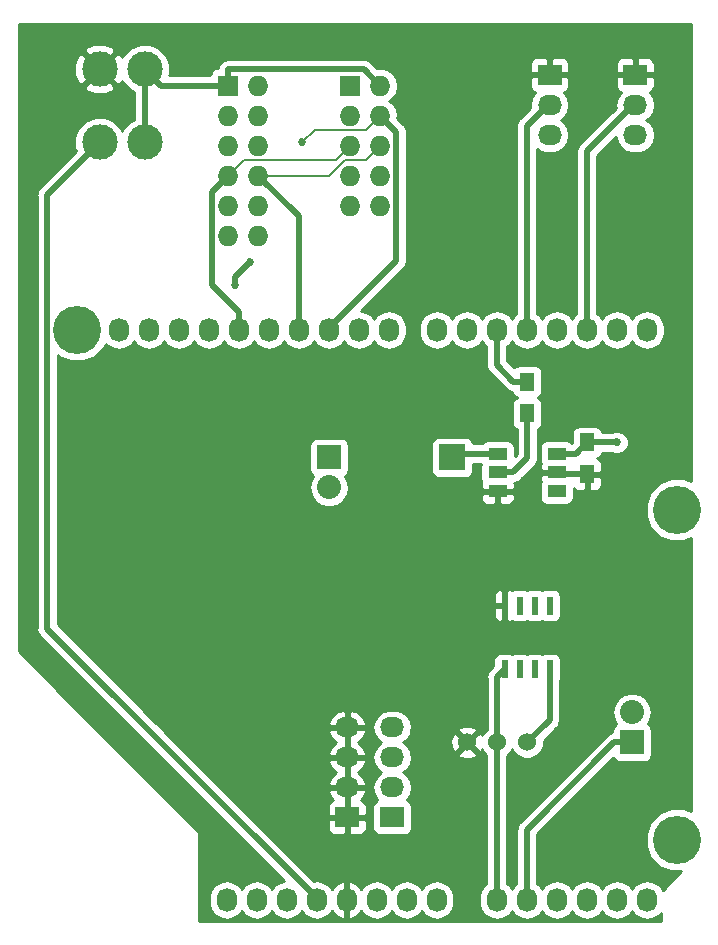
<source format=gtl>
G04 #@! TF.GenerationSoftware,KiCad,Pcbnew,5.0.0-rc2*
G04 #@! TF.CreationDate,2018-11-29T01:26:55-05:00*
G04 #@! TF.ProjectId,uno,756E6F2E6B696361645F706362000000,v1.0*
G04 #@! TF.SameCoordinates,Original*
G04 #@! TF.FileFunction,Copper,L1,Top,Signal*
G04 #@! TF.FilePolarity,Positive*
%FSLAX46Y46*%
G04 Gerber Fmt 4.6, Leading zero omitted, Abs format (unit mm)*
G04 Created by KiCad (PCBNEW 5.0.0-rc2) date Thu Nov 29 01:26:55 2018*
%MOMM*%
%LPD*%
G01*
G04 APERTURE LIST*
G04 #@! TA.AperFunction,ComponentPad*
%ADD10O,1.727200X2.032000*%
G04 #@! TD*
G04 #@! TA.AperFunction,ComponentPad*
%ADD11C,1.727200*%
G04 #@! TD*
G04 #@! TA.AperFunction,ComponentPad*
%ADD12C,4.064000*%
G04 #@! TD*
G04 #@! TA.AperFunction,SMDPad,CuDef*
%ADD13R,1.600000X1.000000*%
G04 #@! TD*
G04 #@! TA.AperFunction,ComponentPad*
%ADD14O,2.032000X1.727200*%
G04 #@! TD*
G04 #@! TA.AperFunction,ComponentPad*
%ADD15R,2.032000X1.727200*%
G04 #@! TD*
G04 #@! TA.AperFunction,ComponentPad*
%ADD16R,1.727200X1.727200*%
G04 #@! TD*
G04 #@! TA.AperFunction,ComponentPad*
%ADD17O,1.727200X1.727200*%
G04 #@! TD*
G04 #@! TA.AperFunction,ComponentPad*
%ADD18C,2.999740*%
G04 #@! TD*
G04 #@! TA.AperFunction,ComponentPad*
%ADD19R,2.235200X2.235200*%
G04 #@! TD*
G04 #@! TA.AperFunction,ComponentPad*
%ADD20C,1.524000*%
G04 #@! TD*
G04 #@! TA.AperFunction,SMDPad,CuDef*
%ADD21R,0.600000X1.550000*%
G04 #@! TD*
G04 #@! TA.AperFunction,SMDPad,CuDef*
%ADD22R,1.300000X1.500000*%
G04 #@! TD*
G04 #@! TA.AperFunction,ComponentPad*
%ADD23O,2.032000X2.032000*%
G04 #@! TD*
G04 #@! TA.AperFunction,ComponentPad*
%ADD24R,2.032000X2.032000*%
G04 #@! TD*
G04 #@! TA.AperFunction,ViaPad*
%ADD25C,0.685800*%
G04 #@! TD*
G04 #@! TA.AperFunction,Conductor*
%ADD26C,0.508000*%
G04 #@! TD*
G04 #@! TA.AperFunction,Conductor*
%ADD27C,0.152400*%
G04 #@! TD*
G04 #@! TA.AperFunction,Conductor*
%ADD28C,0.254000*%
G04 #@! TD*
G04 APERTURE END LIST*
D10*
G04 #@! TO.P,U5,NC*
G04 #@! TO.N,Net-(U5-PadNC)*
X48209200Y-108585000D03*
G04 #@! TO.P,U5,IO*
G04 #@! TO.N,IOREF*
X50749200Y-108585000D03*
G04 #@! TO.P,U5,RST*
G04 #@! TO.N,RESET*
X53289200Y-108585000D03*
G04 #@! TO.P,U5,3V3*
G04 #@! TO.N,+3V3*
X55829200Y-108585000D03*
G04 #@! TO.P,U5,5V*
G04 #@! TO.N,+5V*
X58369200Y-108585000D03*
G04 #@! TO.P,U5,GND1*
G04 #@! TO.N,GND*
X60909200Y-108585000D03*
G04 #@! TO.P,U5,GND2*
X63449200Y-108585000D03*
G04 #@! TO.P,U5,VIN*
G04 #@! TO.N,VIN*
X65989200Y-108585000D03*
G04 #@! TO.P,U5,A0*
G04 #@! TO.N,/A0*
X71094600Y-108585000D03*
G04 #@! TO.P,U5,A1*
G04 #@! TO.N,/A1*
X73634600Y-108585000D03*
G04 #@! TO.P,U5,A2*
G04 #@! TO.N,/A2*
X76174600Y-108585000D03*
G04 #@! TO.P,U5,A5*
G04 #@! TO.N,/A5*
X83794600Y-108585000D03*
G04 #@! TO.P,U5,A4*
G04 #@! TO.N,/A4*
X81254600Y-108585000D03*
G04 #@! TO.P,U5,A3*
G04 #@! TO.N,/A3*
X78714600Y-108585000D03*
G04 #@! TO.P,U5,D1*
G04 #@! TO.N,/D1*
X81254600Y-60325000D03*
G04 #@! TO.P,U5,D0*
G04 #@! TO.N,/D0*
X83794600Y-60325000D03*
G04 #@! TO.P,U5,D5*
G04 #@! TO.N,/D5*
X71094600Y-60325000D03*
G04 #@! TO.P,U5,D4*
G04 #@! TO.N,/D4*
X73634600Y-60325000D03*
G04 #@! TO.P,U5,D6*
G04 #@! TO.N,/D6*
X68554600Y-60325000D03*
G04 #@! TO.P,U5,D7*
G04 #@! TO.N,/D7*
X66014600Y-60325000D03*
G04 #@! TO.P,U5,D3*
G04 #@! TO.N,/D3*
X76174600Y-60325000D03*
G04 #@! TO.P,U5,D2*
G04 #@! TO.N,/D2*
X78714600Y-60325000D03*
G04 #@! TO.P,U5,D13*
G04 #@! TO.N,/D13*
X49250600Y-60325000D03*
G04 #@! TO.P,U5,D12*
G04 #@! TO.N,/D12*
X51790600Y-60325000D03*
G04 #@! TO.P,U5,D11*
G04 #@! TO.N,/D11*
X54330600Y-60325000D03*
G04 #@! TO.P,U5,D8*
G04 #@! TO.N,/D8*
X61950600Y-60325000D03*
G04 #@! TO.P,U5,D9*
G04 #@! TO.N,/D9*
X59410600Y-60325000D03*
G04 #@! TO.P,U5,D10*
G04 #@! TO.N,/CS*
X56870600Y-60325000D03*
G04 #@! TO.P,U5,AREF*
G04 #@! TO.N,/AREF*
X44170600Y-60325000D03*
G04 #@! TO.P,U5,GND3*
G04 #@! TO.N,GND*
X46710600Y-60325000D03*
G04 #@! TO.P,U5,SCL*
G04 #@! TO.N,/A5*
X39090600Y-60325000D03*
G04 #@! TO.P,U5,SDA*
G04 #@! TO.N,/A4*
X41630600Y-60325000D03*
D11*
G04 #@! TO.P,U5,H1*
G04 #@! TO.N,N/C*
X35509200Y-60375800D03*
G04 #@! TD*
D12*
G04 #@! TO.P,U2,1*
G04 #@! TO.N,Net-(U2-Pad1)*
X86360000Y-103505000D03*
G04 #@! TD*
G04 #@! TO.P,U3,1*
G04 #@! TO.N,Net-(U3-Pad1)*
X35560000Y-60325000D03*
G04 #@! TD*
G04 #@! TO.P,U4,1*
G04 #@! TO.N,Net-(U4-Pad1)*
X86360000Y-75565000D03*
G04 #@! TD*
D13*
G04 #@! TO.P,LED1,4*
G04 #@! TO.N,N/C*
X76160000Y-73990000D03*
G04 #@! TO.P,LED1,5*
G04 #@! TO.N,+5V*
X76160000Y-72390000D03*
G04 #@! TO.P,LED1,6*
G04 #@! TO.N,GND*
X76160000Y-70790000D03*
G04 #@! TO.P,LED1,3*
G04 #@! TO.N,+5V*
X71160000Y-73990000D03*
G04 #@! TO.P,LED1,2*
G04 #@! TO.N,Net-(LED1-Pad2)*
X71160000Y-72390000D03*
G04 #@! TO.P,LED1,1*
G04 #@! TO.N,/UNUSED*
X71160000Y-70790000D03*
G04 #@! TD*
D14*
G04 #@! TO.P,P1,4*
G04 #@! TO.N,+5V*
X58420000Y-93980000D03*
G04 #@! TO.P,P1,3*
X58420000Y-96520000D03*
G04 #@! TO.P,P1,2*
X58420000Y-99060000D03*
D15*
G04 #@! TO.P,P1,1*
X58420000Y-101600000D03*
G04 #@! TD*
D16*
G04 #@! TO.P,P2,1*
G04 #@! TO.N,GND*
X58662333Y-39639500D03*
D17*
G04 #@! TO.P,P2,2*
G04 #@! TO.N,/VCC_Branch*
X61202333Y-39639500D03*
G04 #@! TO.P,P2,3*
G04 #@! TO.N,/RST*
X58662333Y-42179500D03*
G04 #@! TO.P,P2,4*
G04 #@! TO.N,/CS*
X61202333Y-42179500D03*
G04 #@! TO.P,P2,5*
G04 #@! TO.N,/D13*
X58662333Y-44719500D03*
G04 #@! TO.P,P2,6*
G04 #@! TO.N,/D11*
X61202333Y-44719500D03*
G04 #@! TO.P,P2,7*
G04 #@! TO.N,/D12*
X58662333Y-47259500D03*
G04 #@! TO.P,P2,8*
G04 #@! TO.N,/WOL*
X61202333Y-47259500D03*
G04 #@! TO.P,P2,9*
G04 #@! TO.N,/INT*
X58662333Y-49799500D03*
G04 #@! TO.P,P2,10*
G04 #@! TO.N,/CLKOUT*
X61202333Y-49799500D03*
G04 #@! TD*
D18*
G04 #@! TO.P,P3,1*
G04 #@! TO.N,+3V3*
X37465000Y-44450000D03*
G04 #@! TO.P,P3,2*
G04 #@! TO.N,/VCC_Branch*
X41275000Y-44450000D03*
G04 #@! TD*
G04 #@! TO.P,P4,2*
G04 #@! TO.N,/VCC_Branch*
X41275000Y-38228500D03*
G04 #@! TO.P,P4,1*
G04 #@! TO.N,+5V*
X37465000Y-38228500D03*
G04 #@! TD*
D15*
G04 #@! TO.P,P5,1*
G04 #@! TO.N,GND*
X62230000Y-101600000D03*
D14*
G04 #@! TO.P,P5,2*
X62230000Y-99060000D03*
G04 #@! TO.P,P5,3*
X62230000Y-96520000D03*
G04 #@! TO.P,P5,4*
X62230000Y-93980000D03*
G04 #@! TD*
D19*
G04 #@! TO.P,P6,1*
G04 #@! TO.N,/UNUSED*
X67310000Y-71120000D03*
G04 #@! TD*
D16*
G04 #@! TO.P,P7,1*
G04 #@! TO.N,/VCC_Branch*
X48342333Y-39639500D03*
D17*
G04 #@! TO.P,P7,2*
G04 #@! TO.N,GND*
X50882333Y-39639500D03*
G04 #@! TO.P,P7,3*
G04 #@! TO.N,/INT*
X48342333Y-42179500D03*
G04 #@! TO.P,P7,4*
G04 #@! TO.N,/CLKOUT*
X50882333Y-42179500D03*
G04 #@! TO.P,P7,5*
G04 #@! TO.N,/D12*
X48342333Y-44719500D03*
G04 #@! TO.P,P7,6*
G04 #@! TO.N,/WOL*
X50882333Y-44719500D03*
G04 #@! TO.P,P7,7*
G04 #@! TO.N,/D13*
X48342333Y-47259500D03*
G04 #@! TO.P,P7,8*
G04 #@! TO.N,/D11*
X50882333Y-47259500D03*
G04 #@! TO.P,P7,9*
G04 #@! TO.N,/RST*
X48342333Y-49799500D03*
G04 #@! TO.P,P7,10*
G04 #@! TO.N,/CS*
X50882333Y-49799500D03*
G04 #@! TO.P,P7,11*
G04 #@! TO.N,/Q3*
X48342333Y-52339500D03*
G04 #@! TO.P,P7,12*
G04 #@! TO.N,GND*
X50882333Y-52339500D03*
G04 #@! TD*
D14*
G04 #@! TO.P,P8,3*
G04 #@! TO.N,GND*
X75565000Y-43815000D03*
G04 #@! TO.P,P8,2*
G04 #@! TO.N,/D4*
X75565000Y-41275000D03*
D15*
G04 #@! TO.P,P8,1*
G04 #@! TO.N,+5V*
X75565000Y-38735000D03*
G04 #@! TD*
G04 #@! TO.P,P9,1*
G04 #@! TO.N,+5V*
X82804000Y-38735000D03*
D14*
G04 #@! TO.P,P9,2*
G04 #@! TO.N,/D2*
X82804000Y-41275000D03*
G04 #@! TO.P,P9,3*
G04 #@! TO.N,GND*
X82804000Y-43815000D03*
G04 #@! TD*
D20*
G04 #@! TO.P,P10,2*
G04 #@! TO.N,/A0*
X71120000Y-95250000D03*
G04 #@! TO.P,P10,3*
G04 #@! TO.N,GND*
X73660000Y-95250000D03*
G04 #@! TO.P,P10,1*
G04 #@! TO.N,+5V*
X68580000Y-95250000D03*
G04 #@! TD*
D21*
G04 #@! TO.P,U6,1*
G04 #@! TO.N,/A0*
X71755000Y-89060000D03*
G04 #@! TO.P,U6,2*
G04 #@! TO.N,Net-(U6-Pad2)*
X73025000Y-89060000D03*
G04 #@! TO.P,U6,3*
G04 #@! TO.N,Net-(U6-Pad3)*
X74295000Y-89060000D03*
G04 #@! TO.P,U6,4*
G04 #@! TO.N,GND*
X75565000Y-89060000D03*
G04 #@! TO.P,U6,5*
G04 #@! TO.N,Net-(U6-Pad5)*
X75565000Y-83660000D03*
G04 #@! TO.P,U6,6*
G04 #@! TO.N,Net-(U6-Pad6)*
X74295000Y-83660000D03*
G04 #@! TO.P,U6,7*
G04 #@! TO.N,Net-(U6-Pad7)*
X73025000Y-83660000D03*
G04 #@! TO.P,U6,8*
G04 #@! TO.N,+5V*
X71755000Y-83660000D03*
G04 #@! TD*
D22*
G04 #@! TO.P,C1,2*
G04 #@! TO.N,GND*
X78740000Y-69850000D03*
G04 #@! TO.P,C1,1*
G04 #@! TO.N,+5V*
X78740000Y-72550000D03*
G04 #@! TD*
G04 #@! TO.P,R1,1*
G04 #@! TO.N,/D5*
X73660000Y-64690000D03*
G04 #@! TO.P,R1,2*
G04 #@! TO.N,Net-(LED1-Pad2)*
X73660000Y-67390000D03*
G04 #@! TD*
D23*
G04 #@! TO.P,P11,2*
G04 #@! TO.N,GND*
X82550000Y-92710000D03*
D24*
G04 #@! TO.P,P11,1*
G04 #@! TO.N,/A1*
X82550000Y-95250000D03*
G04 #@! TD*
G04 #@! TO.P,P12,1*
G04 #@! TO.N,/D3*
X56896000Y-71120000D03*
D23*
G04 #@! TO.P,P12,2*
G04 #@! TO.N,GND*
X56896000Y-73660000D03*
G04 #@! TD*
D25*
G04 #@! TO.N,GND*
X81280000Y-69850000D03*
X50165000Y-54610000D03*
X48895000Y-56515000D03*
G04 #@! TO.N,/CS*
X54610000Y-44450000D03*
G04 #@! TD*
D26*
G04 #@! TO.N,GND*
X75565000Y-93345000D02*
X75565000Y-89060000D01*
X73660000Y-95250000D02*
X75565000Y-93345000D01*
X77800000Y-70790000D02*
X78740000Y-69850000D01*
X76160000Y-70790000D02*
X77800000Y-70790000D01*
X78740000Y-69850000D02*
X81280000Y-69850000D01*
X81280000Y-69850000D02*
X81280000Y-69850000D01*
X48895000Y-55880000D02*
X50165000Y-54610000D01*
X48895000Y-56515000D02*
X48895000Y-55880000D01*
G04 #@! TO.N,+5V*
X76320000Y-72550000D02*
X76160000Y-72390000D01*
X78740000Y-72550000D02*
X76320000Y-72550000D01*
G04 #@! TO.N,/D5*
X71094600Y-61849000D02*
X71094600Y-60325000D01*
X71094600Y-63282600D02*
X71094600Y-61849000D01*
X72502000Y-64690000D02*
X71094600Y-63282600D01*
X73660000Y-64690000D02*
X72502000Y-64690000D01*
G04 #@! TO.N,/UNUSED*
X67640000Y-70790000D02*
X67310000Y-71120000D01*
X71160000Y-70790000D02*
X67640000Y-70790000D01*
G04 #@! TO.N,/VCC_Branch*
X48342333Y-38267900D02*
X48342333Y-39639500D01*
X59830732Y-38267899D02*
X48342333Y-38267900D01*
X61202333Y-39639500D02*
X59830732Y-38267899D01*
X42686000Y-39639500D02*
X41275000Y-38228500D01*
X48342333Y-39639500D02*
X42686000Y-39639500D01*
X41275000Y-40349636D02*
X41275000Y-44450000D01*
X41275000Y-38228500D02*
X41275000Y-40349636D01*
G04 #@! TO.N,/CS*
X62065932Y-43043099D02*
X61202333Y-42179500D01*
X62573934Y-43551101D02*
X62065932Y-43043099D01*
X62573934Y-54469266D02*
X62573934Y-43551101D01*
X56870600Y-60172600D02*
X62573934Y-54469266D01*
X56870600Y-60325000D02*
X56870600Y-60172600D01*
D27*
X60008532Y-43373301D02*
X55686699Y-43373301D01*
X61202333Y-42179500D02*
X60008532Y-43373301D01*
X55686699Y-43373301D02*
X54610000Y-44450000D01*
X54610000Y-44450000D02*
X54610000Y-44450000D01*
D26*
G04 #@! TO.N,/D13*
X47478734Y-48123099D02*
X48342333Y-47259500D01*
X46970732Y-48631101D02*
X47478734Y-48123099D01*
X46970732Y-56521132D02*
X46970732Y-48631101D01*
X49250600Y-58801000D02*
X46970732Y-56521132D01*
X49250600Y-60325000D02*
X49250600Y-58801000D01*
D27*
X57798734Y-45583099D02*
X58662333Y-44719500D01*
X57468532Y-45913301D02*
X57798734Y-45583099D01*
X49688532Y-45913301D02*
X57468532Y-45913301D01*
X48342333Y-47259500D02*
X49688532Y-45913301D01*
D26*
G04 #@! TO.N,/D11*
X54330600Y-50707767D02*
X50882333Y-47259500D01*
X54330600Y-60325000D02*
X54330600Y-50707767D01*
D27*
X60008532Y-45913301D02*
X60338734Y-45583099D01*
X58226699Y-45913301D02*
X60008532Y-45913301D01*
X56880500Y-47259500D02*
X58226699Y-45913301D01*
X60338734Y-45583099D02*
X61202333Y-44719500D01*
X50882333Y-47259500D02*
X56880500Y-47259500D01*
D26*
G04 #@! TO.N,+3V3*
X55829200Y-108432600D02*
X55829200Y-108585000D01*
X33019999Y-85623399D02*
X55829200Y-108432600D01*
X33019999Y-48895001D02*
X33019999Y-85623399D01*
X37465000Y-44450000D02*
X33019999Y-48895001D01*
G04 #@! TO.N,/D4*
X73634600Y-43637200D02*
X73634600Y-58801000D01*
X73634600Y-43053000D02*
X73634600Y-58801000D01*
X75412600Y-41275000D02*
X73634600Y-43053000D01*
X73634600Y-58801000D02*
X73634600Y-60325000D01*
X75565000Y-41275000D02*
X75412600Y-41275000D01*
G04 #@! TO.N,/D3*
X76174600Y-60325000D02*
X76174600Y-60172600D01*
X76174600Y-60325000D02*
X76174600Y-60477400D01*
G04 #@! TO.N,/A0*
X71094600Y-95275400D02*
X71120000Y-95250000D01*
X71094600Y-108585000D02*
X71094600Y-95275400D01*
X71120000Y-89695000D02*
X71755000Y-89060000D01*
X71120000Y-95250000D02*
X71120000Y-89695000D01*
G04 #@! TO.N,/A1*
X73634600Y-107061000D02*
X73634600Y-108585000D01*
X73634600Y-102641400D02*
X73634600Y-107061000D01*
X81026000Y-95250000D02*
X73634600Y-102641400D01*
X82550000Y-95250000D02*
X81026000Y-95250000D01*
G04 #@! TO.N,/D2*
X78714600Y-60325000D02*
X78714600Y-58801000D01*
X82651600Y-41275000D02*
X82804000Y-41275000D01*
X78714600Y-45212000D02*
X82651600Y-41275000D01*
X78714600Y-60325000D02*
X78714600Y-45212000D01*
G04 #@! TO.N,Net-(LED1-Pad2)*
X71160000Y-72390000D02*
X72468001Y-72389999D01*
X73660000Y-71198000D02*
X73660000Y-67390000D01*
X72468001Y-72389999D02*
X73660000Y-71198000D01*
G04 #@! TD*
D28*
G04 #@! TO.N,+5V*
G36*
X87503000Y-73151706D02*
X86890499Y-72898000D01*
X85829501Y-72898000D01*
X84849266Y-73304026D01*
X84099026Y-74054266D01*
X83693000Y-75034501D01*
X83693000Y-76095499D01*
X84099026Y-77075734D01*
X84849266Y-77825974D01*
X85829501Y-78232000D01*
X86890499Y-78232000D01*
X87503000Y-77978294D01*
X87503000Y-101091706D01*
X86890499Y-100838000D01*
X85829501Y-100838000D01*
X84849266Y-101244026D01*
X84099026Y-101994266D01*
X83693000Y-102974501D01*
X83693000Y-104035499D01*
X84099026Y-105015734D01*
X84849266Y-105765974D01*
X85829501Y-106172000D01*
X86688394Y-106172000D01*
X85128652Y-107731742D01*
X84875029Y-107352170D01*
X84379324Y-107020950D01*
X83794600Y-106904641D01*
X83209875Y-107020951D01*
X82714170Y-107352171D01*
X82524600Y-107635882D01*
X82335029Y-107352170D01*
X81839324Y-107020950D01*
X81254600Y-106904641D01*
X80669875Y-107020951D01*
X80174170Y-107352171D01*
X79984600Y-107635882D01*
X79795029Y-107352170D01*
X79299324Y-107020950D01*
X78714600Y-106904641D01*
X78129875Y-107020951D01*
X77634170Y-107352171D01*
X77444600Y-107635882D01*
X77255029Y-107352170D01*
X76759324Y-107020950D01*
X76174600Y-106904641D01*
X75589875Y-107020951D01*
X75094170Y-107352171D01*
X74904600Y-107635882D01*
X74715029Y-107352170D01*
X74523599Y-107224260D01*
X74523599Y-107148560D01*
X74523600Y-107148555D01*
X74523599Y-103009636D01*
X80969340Y-96563896D01*
X81076191Y-96723809D01*
X81286235Y-96864157D01*
X81534000Y-96913440D01*
X83566000Y-96913440D01*
X83813765Y-96864157D01*
X84023809Y-96723809D01*
X84164157Y-96513765D01*
X84213440Y-96266000D01*
X84213440Y-94234000D01*
X84164157Y-93986235D01*
X84023809Y-93776191D01*
X83885144Y-93683537D01*
X84105208Y-93354188D01*
X84233345Y-92710000D01*
X84105208Y-92065812D01*
X83740305Y-91519695D01*
X83194188Y-91154792D01*
X82712609Y-91059000D01*
X82387391Y-91059000D01*
X81905812Y-91154792D01*
X81359695Y-91519695D01*
X80994792Y-92065812D01*
X80866655Y-92710000D01*
X80994792Y-93354188D01*
X81214856Y-93683537D01*
X81076191Y-93776191D01*
X80935843Y-93986235D01*
X80886560Y-94234000D01*
X80886560Y-94371320D01*
X80679130Y-94412581D01*
X80385067Y-94609067D01*
X80335471Y-94683293D01*
X73067893Y-101950872D01*
X72993667Y-102000468D01*
X72797181Y-102294531D01*
X72763551Y-102463600D01*
X72728184Y-102641400D01*
X72745600Y-102728955D01*
X72745601Y-106973440D01*
X72745600Y-106973445D01*
X72745600Y-107224261D01*
X72554170Y-107352171D01*
X72364600Y-107635882D01*
X72175029Y-107352170D01*
X71983599Y-107224260D01*
X71983600Y-96362057D01*
X72304320Y-96041337D01*
X72390000Y-95834487D01*
X72475680Y-96041337D01*
X72868663Y-96434320D01*
X73382119Y-96647000D01*
X73937881Y-96647000D01*
X74451337Y-96434320D01*
X74844320Y-96041337D01*
X75057000Y-95527881D01*
X75057000Y-95110235D01*
X76131709Y-94035527D01*
X76205932Y-93985933D01*
X76255526Y-93911710D01*
X76255529Y-93911707D01*
X76402418Y-93691871D01*
X76471416Y-93345000D01*
X76453999Y-93257441D01*
X76454000Y-90096470D01*
X76463157Y-90082765D01*
X76512440Y-89835000D01*
X76512440Y-88285000D01*
X76463157Y-88037235D01*
X76322809Y-87827191D01*
X76112765Y-87686843D01*
X75865000Y-87637560D01*
X75265000Y-87637560D01*
X75017235Y-87686843D01*
X74930000Y-87745132D01*
X74842765Y-87686843D01*
X74595000Y-87637560D01*
X73995000Y-87637560D01*
X73747235Y-87686843D01*
X73660000Y-87745132D01*
X73572765Y-87686843D01*
X73325000Y-87637560D01*
X72725000Y-87637560D01*
X72477235Y-87686843D01*
X72390000Y-87745132D01*
X72302765Y-87686843D01*
X72055000Y-87637560D01*
X71455000Y-87637560D01*
X71207235Y-87686843D01*
X70997191Y-87827191D01*
X70856843Y-88037235D01*
X70807560Y-88285000D01*
X70807560Y-88750205D01*
X70553294Y-89004471D01*
X70479068Y-89054067D01*
X70429472Y-89128293D01*
X70429471Y-89128294D01*
X70282582Y-89348130D01*
X70213584Y-89695000D01*
X70231001Y-89782559D01*
X70231000Y-94163343D01*
X69935680Y-94458663D01*
X69856572Y-94649647D01*
X69802397Y-94518857D01*
X69560213Y-94449392D01*
X68759605Y-95250000D01*
X69560213Y-96050608D01*
X69802397Y-95981143D01*
X69852535Y-95840607D01*
X69935680Y-96041337D01*
X70205601Y-96311258D01*
X70205600Y-107224261D01*
X70014170Y-107352171D01*
X69682950Y-107847876D01*
X69596000Y-108285003D01*
X69596001Y-108884998D01*
X69682951Y-109322125D01*
X70014171Y-109817830D01*
X70509876Y-110149050D01*
X71094600Y-110265359D01*
X71679325Y-110149049D01*
X72175030Y-109817829D01*
X72364600Y-109534118D01*
X72554171Y-109817830D01*
X73049876Y-110149050D01*
X73634600Y-110265359D01*
X74219325Y-110149049D01*
X74715030Y-109817829D01*
X74904600Y-109534118D01*
X75094171Y-109817830D01*
X75589876Y-110149050D01*
X76174600Y-110265359D01*
X76759325Y-110149049D01*
X77255030Y-109817829D01*
X77444600Y-109534118D01*
X77634171Y-109817830D01*
X78129876Y-110149050D01*
X78714600Y-110265359D01*
X79299325Y-110149049D01*
X79795030Y-109817829D01*
X79984600Y-109534118D01*
X80174171Y-109817830D01*
X80669876Y-110149050D01*
X81254600Y-110265359D01*
X81839325Y-110149049D01*
X82335030Y-109817829D01*
X82524600Y-109534118D01*
X82714171Y-109817830D01*
X83209876Y-110149050D01*
X83794600Y-110265359D01*
X84379325Y-110149049D01*
X84875030Y-109817829D01*
X84963000Y-109686173D01*
X84963000Y-110363000D01*
X45847000Y-110363000D01*
X45847000Y-102870000D01*
X45837333Y-102821399D01*
X45809803Y-102780197D01*
X34259965Y-91230359D01*
X30607000Y-87480627D01*
X30607000Y-48895001D01*
X32113583Y-48895001D01*
X32130999Y-48982556D01*
X32131000Y-85535839D01*
X32113583Y-85623399D01*
X32182581Y-85970268D01*
X32182581Y-85970269D01*
X32379067Y-86264332D01*
X32453293Y-86313928D01*
X53084686Y-106945322D01*
X52704475Y-107020951D01*
X52208770Y-107352171D01*
X52019200Y-107635882D01*
X51829629Y-107352170D01*
X51333924Y-107020950D01*
X50749200Y-106904641D01*
X50164475Y-107020951D01*
X49668770Y-107352171D01*
X49479200Y-107635882D01*
X49289629Y-107352170D01*
X48793924Y-107020950D01*
X48209200Y-106904641D01*
X47624475Y-107020951D01*
X47128770Y-107352171D01*
X46797550Y-107847876D01*
X46710600Y-108285003D01*
X46710601Y-108884998D01*
X46797551Y-109322125D01*
X47128771Y-109817830D01*
X47624476Y-110149050D01*
X48209200Y-110265359D01*
X48793925Y-110149049D01*
X49289630Y-109817829D01*
X49479200Y-109534118D01*
X49668771Y-109817830D01*
X50164476Y-110149050D01*
X50749200Y-110265359D01*
X51333925Y-110149049D01*
X51829630Y-109817829D01*
X52019200Y-109534118D01*
X52208771Y-109817830D01*
X52704476Y-110149050D01*
X53289200Y-110265359D01*
X53873925Y-110149049D01*
X54369630Y-109817829D01*
X54559200Y-109534118D01*
X54748771Y-109817830D01*
X55244476Y-110149050D01*
X55829200Y-110265359D01*
X56413925Y-110149049D01*
X56909630Y-109817829D01*
X57103109Y-109528267D01*
X57467164Y-109935732D01*
X57994409Y-110189709D01*
X58010174Y-110192358D01*
X58242200Y-110071217D01*
X58242200Y-108712000D01*
X58222200Y-108712000D01*
X58222200Y-108458000D01*
X58242200Y-108458000D01*
X58242200Y-107098783D01*
X58496200Y-107098783D01*
X58496200Y-108458000D01*
X58516200Y-108458000D01*
X58516200Y-108712000D01*
X58496200Y-108712000D01*
X58496200Y-110071217D01*
X58728226Y-110192358D01*
X58743991Y-110189709D01*
X59271236Y-109935732D01*
X59635291Y-109528267D01*
X59828771Y-109817830D01*
X60324476Y-110149050D01*
X60909200Y-110265359D01*
X61493925Y-110149049D01*
X61989630Y-109817829D01*
X62179200Y-109534118D01*
X62368771Y-109817830D01*
X62864476Y-110149050D01*
X63449200Y-110265359D01*
X64033925Y-110149049D01*
X64529630Y-109817829D01*
X64719200Y-109534118D01*
X64908771Y-109817830D01*
X65404476Y-110149050D01*
X65989200Y-110265359D01*
X66573925Y-110149049D01*
X67069630Y-109817829D01*
X67400850Y-109322124D01*
X67487800Y-108884997D01*
X67487799Y-108285002D01*
X67400849Y-107847875D01*
X67069629Y-107352170D01*
X66573924Y-107020950D01*
X65989200Y-106904641D01*
X65404475Y-107020951D01*
X64908770Y-107352171D01*
X64719200Y-107635882D01*
X64529629Y-107352170D01*
X64033924Y-107020950D01*
X63449200Y-106904641D01*
X62864475Y-107020951D01*
X62368770Y-107352171D01*
X62179200Y-107635882D01*
X61989629Y-107352170D01*
X61493924Y-107020950D01*
X60909200Y-106904641D01*
X60324475Y-107020951D01*
X59828770Y-107352171D01*
X59635291Y-107641733D01*
X59271236Y-107234268D01*
X58743991Y-106980291D01*
X58728226Y-106977642D01*
X58496200Y-107098783D01*
X58242200Y-107098783D01*
X58010174Y-106977642D01*
X57994409Y-106980291D01*
X57467164Y-107234268D01*
X57103109Y-107641733D01*
X56909629Y-107352170D01*
X56413924Y-107020950D01*
X55829200Y-106904641D01*
X55603393Y-106949557D01*
X50539586Y-101885750D01*
X56769000Y-101885750D01*
X56769000Y-102589910D01*
X56865673Y-102823299D01*
X57044302Y-103001927D01*
X57277691Y-103098600D01*
X58134250Y-103098600D01*
X58293000Y-102939850D01*
X58293000Y-101727000D01*
X58547000Y-101727000D01*
X58547000Y-102939850D01*
X58705750Y-103098600D01*
X59562309Y-103098600D01*
X59795698Y-103001927D01*
X59974327Y-102823299D01*
X60071000Y-102589910D01*
X60071000Y-101885750D01*
X59912250Y-101727000D01*
X58547000Y-101727000D01*
X58293000Y-101727000D01*
X56927750Y-101727000D01*
X56769000Y-101885750D01*
X50539586Y-101885750D01*
X49263926Y-100610090D01*
X56769000Y-100610090D01*
X56769000Y-101314250D01*
X56927750Y-101473000D01*
X58293000Y-101473000D01*
X58293000Y-99187000D01*
X58547000Y-99187000D01*
X58547000Y-101473000D01*
X59912250Y-101473000D01*
X60071000Y-101314250D01*
X60071000Y-100610090D01*
X59974327Y-100376701D01*
X59795698Y-100198073D01*
X59598139Y-100116241D01*
X59770732Y-99962036D01*
X60024709Y-99434791D01*
X60027358Y-99419026D01*
X59906217Y-99187000D01*
X58547000Y-99187000D01*
X58293000Y-99187000D01*
X56933783Y-99187000D01*
X56812642Y-99419026D01*
X56815291Y-99434791D01*
X57069268Y-99962036D01*
X57241861Y-100116241D01*
X57044302Y-100198073D01*
X56865673Y-100376701D01*
X56769000Y-100610090D01*
X49263926Y-100610090D01*
X45532862Y-96879026D01*
X56812642Y-96879026D01*
X56815291Y-96894791D01*
X57069268Y-97422036D01*
X57481108Y-97790000D01*
X57069268Y-98157964D01*
X56815291Y-98685209D01*
X56812642Y-98700974D01*
X56933783Y-98933000D01*
X58293000Y-98933000D01*
X58293000Y-96647000D01*
X58547000Y-96647000D01*
X58547000Y-98933000D01*
X59906217Y-98933000D01*
X60027358Y-98700974D01*
X60024709Y-98685209D01*
X59770732Y-98157964D01*
X59358892Y-97790000D01*
X59770732Y-97422036D01*
X60024709Y-96894791D01*
X60027358Y-96879026D01*
X59906217Y-96647000D01*
X58547000Y-96647000D01*
X58293000Y-96647000D01*
X56933783Y-96647000D01*
X56812642Y-96879026D01*
X45532862Y-96879026D01*
X42992862Y-94339026D01*
X56812642Y-94339026D01*
X56815291Y-94354791D01*
X57069268Y-94882036D01*
X57481108Y-95250000D01*
X57069268Y-95617964D01*
X56815291Y-96145209D01*
X56812642Y-96160974D01*
X56933783Y-96393000D01*
X58293000Y-96393000D01*
X58293000Y-94107000D01*
X58547000Y-94107000D01*
X58547000Y-96393000D01*
X59906217Y-96393000D01*
X60027358Y-96160974D01*
X60024709Y-96145209D01*
X59770732Y-95617964D01*
X59358892Y-95250000D01*
X59770732Y-94882036D01*
X60024709Y-94354791D01*
X60027358Y-94339026D01*
X59906217Y-94107000D01*
X58547000Y-94107000D01*
X58293000Y-94107000D01*
X56933783Y-94107000D01*
X56812642Y-94339026D01*
X42992862Y-94339026D01*
X42633836Y-93980000D01*
X60549641Y-93980000D01*
X60665950Y-94564725D01*
X60997170Y-95060430D01*
X61280881Y-95250000D01*
X60997170Y-95439570D01*
X60665950Y-95935275D01*
X60549641Y-96520000D01*
X60665950Y-97104725D01*
X60997170Y-97600430D01*
X61280881Y-97790000D01*
X60997170Y-97979570D01*
X60665950Y-98475275D01*
X60549641Y-99060000D01*
X60665950Y-99644725D01*
X60992251Y-100133068D01*
X60966235Y-100138243D01*
X60756191Y-100278591D01*
X60615843Y-100488635D01*
X60566560Y-100736400D01*
X60566560Y-102463600D01*
X60615843Y-102711365D01*
X60756191Y-102921409D01*
X60966235Y-103061757D01*
X61214000Y-103111040D01*
X63246000Y-103111040D01*
X63493765Y-103061757D01*
X63703809Y-102921409D01*
X63844157Y-102711365D01*
X63893440Y-102463600D01*
X63893440Y-100736400D01*
X63844157Y-100488635D01*
X63703809Y-100278591D01*
X63493765Y-100138243D01*
X63467749Y-100133068D01*
X63794050Y-99644725D01*
X63910359Y-99060000D01*
X63794050Y-98475275D01*
X63462830Y-97979570D01*
X63179119Y-97790000D01*
X63462830Y-97600430D01*
X63794050Y-97104725D01*
X63910359Y-96520000D01*
X63852717Y-96230213D01*
X67779392Y-96230213D01*
X67848857Y-96472397D01*
X68372302Y-96659144D01*
X68927368Y-96631362D01*
X69311143Y-96472397D01*
X69380608Y-96230213D01*
X68580000Y-95429605D01*
X67779392Y-96230213D01*
X63852717Y-96230213D01*
X63794050Y-95935275D01*
X63462830Y-95439570D01*
X63179119Y-95250000D01*
X63462830Y-95060430D01*
X63474942Y-95042302D01*
X67170856Y-95042302D01*
X67198638Y-95597368D01*
X67357603Y-95981143D01*
X67599787Y-96050608D01*
X68400395Y-95250000D01*
X67599787Y-94449392D01*
X67357603Y-94518857D01*
X67170856Y-95042302D01*
X63474942Y-95042302D01*
X63794050Y-94564725D01*
X63852716Y-94269787D01*
X67779392Y-94269787D01*
X68580000Y-95070395D01*
X69380608Y-94269787D01*
X69311143Y-94027603D01*
X68787698Y-93840856D01*
X68232632Y-93868638D01*
X67848857Y-94027603D01*
X67779392Y-94269787D01*
X63852716Y-94269787D01*
X63910359Y-93980000D01*
X63794050Y-93395275D01*
X63462830Y-92899570D01*
X62967125Y-92568350D01*
X62529998Y-92481400D01*
X61930002Y-92481400D01*
X61492875Y-92568350D01*
X60997170Y-92899570D01*
X60665950Y-93395275D01*
X60549641Y-93980000D01*
X42633836Y-93980000D01*
X42274810Y-93620974D01*
X56812642Y-93620974D01*
X56933783Y-93853000D01*
X58293000Y-93853000D01*
X58293000Y-92639076D01*
X58547000Y-92639076D01*
X58547000Y-93853000D01*
X59906217Y-93853000D01*
X60027358Y-93620974D01*
X60024709Y-93605209D01*
X59770732Y-93077964D01*
X59334320Y-92688046D01*
X58781913Y-92494816D01*
X58547000Y-92639076D01*
X58293000Y-92639076D01*
X58058087Y-92494816D01*
X57505680Y-92688046D01*
X57069268Y-93077964D01*
X56815291Y-93605209D01*
X56812642Y-93620974D01*
X42274810Y-93620974D01*
X33908999Y-85255164D01*
X33908999Y-83945750D01*
X70820000Y-83945750D01*
X70820000Y-84561309D01*
X70916673Y-84794698D01*
X71095301Y-84973327D01*
X71328690Y-85070000D01*
X71469250Y-85070000D01*
X71628000Y-84911250D01*
X71628000Y-83787000D01*
X70978750Y-83787000D01*
X70820000Y-83945750D01*
X33908999Y-83945750D01*
X33908999Y-82758691D01*
X70820000Y-82758691D01*
X70820000Y-83374250D01*
X70978750Y-83533000D01*
X71628000Y-83533000D01*
X71628000Y-82408750D01*
X71882000Y-82408750D01*
X71882000Y-83533000D01*
X71902000Y-83533000D01*
X71902000Y-83787000D01*
X71882000Y-83787000D01*
X71882000Y-84911250D01*
X72040750Y-85070000D01*
X72181310Y-85070000D01*
X72398028Y-84980232D01*
X72477235Y-85033157D01*
X72725000Y-85082440D01*
X73325000Y-85082440D01*
X73572765Y-85033157D01*
X73660000Y-84974868D01*
X73747235Y-85033157D01*
X73995000Y-85082440D01*
X74595000Y-85082440D01*
X74842765Y-85033157D01*
X74930000Y-84974868D01*
X75017235Y-85033157D01*
X75265000Y-85082440D01*
X75865000Y-85082440D01*
X76112765Y-85033157D01*
X76322809Y-84892809D01*
X76463157Y-84682765D01*
X76512440Y-84435000D01*
X76512440Y-82885000D01*
X76463157Y-82637235D01*
X76322809Y-82427191D01*
X76112765Y-82286843D01*
X75865000Y-82237560D01*
X75265000Y-82237560D01*
X75017235Y-82286843D01*
X74930000Y-82345132D01*
X74842765Y-82286843D01*
X74595000Y-82237560D01*
X73995000Y-82237560D01*
X73747235Y-82286843D01*
X73660000Y-82345132D01*
X73572765Y-82286843D01*
X73325000Y-82237560D01*
X72725000Y-82237560D01*
X72477235Y-82286843D01*
X72398028Y-82339768D01*
X72181310Y-82250000D01*
X72040750Y-82250000D01*
X71882000Y-82408750D01*
X71628000Y-82408750D01*
X71469250Y-82250000D01*
X71328690Y-82250000D01*
X71095301Y-82346673D01*
X70916673Y-82525302D01*
X70820000Y-82758691D01*
X33908999Y-82758691D01*
X33908999Y-73660000D01*
X55212655Y-73660000D01*
X55340792Y-74304188D01*
X55705695Y-74850305D01*
X56251812Y-75215208D01*
X56733391Y-75311000D01*
X57058609Y-75311000D01*
X57540188Y-75215208D01*
X58086305Y-74850305D01*
X58451208Y-74304188D01*
X58456864Y-74275750D01*
X69725000Y-74275750D01*
X69725000Y-74616310D01*
X69821673Y-74849699D01*
X70000302Y-75028327D01*
X70233691Y-75125000D01*
X70874250Y-75125000D01*
X71033000Y-74966250D01*
X71033000Y-74117000D01*
X71287000Y-74117000D01*
X71287000Y-74966250D01*
X71445750Y-75125000D01*
X72086309Y-75125000D01*
X72319698Y-75028327D01*
X72498327Y-74849699D01*
X72595000Y-74616310D01*
X72595000Y-74275750D01*
X72436250Y-74117000D01*
X71287000Y-74117000D01*
X71033000Y-74117000D01*
X69883750Y-74117000D01*
X69725000Y-74275750D01*
X58456864Y-74275750D01*
X58579345Y-73660000D01*
X58451208Y-73015812D01*
X58231144Y-72686463D01*
X58369809Y-72593809D01*
X58510157Y-72383765D01*
X58559440Y-72136000D01*
X58559440Y-70104000D01*
X58510157Y-69856235D01*
X58369809Y-69646191D01*
X58159765Y-69505843D01*
X57912000Y-69456560D01*
X55880000Y-69456560D01*
X55632235Y-69505843D01*
X55422191Y-69646191D01*
X55281843Y-69856235D01*
X55232560Y-70104000D01*
X55232560Y-72136000D01*
X55281843Y-72383765D01*
X55422191Y-72593809D01*
X55560856Y-72686463D01*
X55340792Y-73015812D01*
X55212655Y-73660000D01*
X33908999Y-73660000D01*
X33908998Y-62445706D01*
X34049266Y-62585974D01*
X35029501Y-62992000D01*
X36090499Y-62992000D01*
X37070734Y-62585974D01*
X37820974Y-61835734D01*
X37964437Y-61489384D01*
X38010171Y-61557830D01*
X38505876Y-61889050D01*
X39090600Y-62005359D01*
X39675325Y-61889049D01*
X40171030Y-61557829D01*
X40360600Y-61274118D01*
X40550171Y-61557830D01*
X41045876Y-61889050D01*
X41630600Y-62005359D01*
X42215325Y-61889049D01*
X42711030Y-61557829D01*
X42900600Y-61274118D01*
X43090171Y-61557830D01*
X43585876Y-61889050D01*
X44170600Y-62005359D01*
X44755325Y-61889049D01*
X45251030Y-61557829D01*
X45440600Y-61274118D01*
X45630171Y-61557830D01*
X46125876Y-61889050D01*
X46710600Y-62005359D01*
X47295325Y-61889049D01*
X47791030Y-61557829D01*
X47980600Y-61274118D01*
X48170171Y-61557830D01*
X48665876Y-61889050D01*
X49250600Y-62005359D01*
X49835325Y-61889049D01*
X50331030Y-61557829D01*
X50520600Y-61274118D01*
X50710171Y-61557830D01*
X51205876Y-61889050D01*
X51790600Y-62005359D01*
X52375325Y-61889049D01*
X52871030Y-61557829D01*
X53060600Y-61274118D01*
X53250171Y-61557830D01*
X53745876Y-61889050D01*
X54330600Y-62005359D01*
X54915325Y-61889049D01*
X55411030Y-61557829D01*
X55600600Y-61274118D01*
X55790171Y-61557830D01*
X56285876Y-61889050D01*
X56870600Y-62005359D01*
X57455325Y-61889049D01*
X57951030Y-61557829D01*
X58140600Y-61274118D01*
X58330171Y-61557830D01*
X58825876Y-61889050D01*
X59410600Y-62005359D01*
X59995325Y-61889049D01*
X60491030Y-61557829D01*
X60680600Y-61274118D01*
X60870171Y-61557830D01*
X61365876Y-61889050D01*
X61950600Y-62005359D01*
X62535325Y-61889049D01*
X63031030Y-61557829D01*
X63362250Y-61062124D01*
X63449200Y-60624997D01*
X63449200Y-60025003D01*
X64516000Y-60025003D01*
X64516001Y-60624998D01*
X64602951Y-61062125D01*
X64934171Y-61557830D01*
X65429876Y-61889050D01*
X66014600Y-62005359D01*
X66599325Y-61889049D01*
X67095030Y-61557829D01*
X67284600Y-61274118D01*
X67474171Y-61557830D01*
X67969876Y-61889050D01*
X68554600Y-62005359D01*
X69139325Y-61889049D01*
X69635030Y-61557829D01*
X69824600Y-61274118D01*
X70014171Y-61557830D01*
X70205600Y-61685739D01*
X70205600Y-61936555D01*
X70205601Y-61936559D01*
X70205600Y-63195045D01*
X70188184Y-63282600D01*
X70205600Y-63370155D01*
X70257181Y-63629469D01*
X70453667Y-63923532D01*
X70527893Y-63973128D01*
X71811471Y-65256707D01*
X71861067Y-65330933D01*
X72155130Y-65527419D01*
X72389210Y-65573981D01*
X72411843Y-65687765D01*
X72552191Y-65897809D01*
X72762235Y-66038157D01*
X72771500Y-66040000D01*
X72762235Y-66041843D01*
X72552191Y-66182191D01*
X72411843Y-66392235D01*
X72362560Y-66640000D01*
X72362560Y-68140000D01*
X72411843Y-68387765D01*
X72552191Y-68597809D01*
X72762235Y-68738157D01*
X72771001Y-68739901D01*
X72771000Y-70829764D01*
X72607440Y-70993324D01*
X72607440Y-70290000D01*
X72558157Y-70042235D01*
X72417809Y-69832191D01*
X72207765Y-69691843D01*
X71960000Y-69642560D01*
X70360000Y-69642560D01*
X70112235Y-69691843D01*
X69902191Y-69832191D01*
X69856214Y-69901000D01*
X69054870Y-69901000D01*
X69025757Y-69754635D01*
X68885409Y-69544591D01*
X68675365Y-69404243D01*
X68427600Y-69354960D01*
X66192400Y-69354960D01*
X65944635Y-69404243D01*
X65734591Y-69544591D01*
X65594243Y-69754635D01*
X65544960Y-70002400D01*
X65544960Y-72237600D01*
X65594243Y-72485365D01*
X65734591Y-72695409D01*
X65944635Y-72835757D01*
X66192400Y-72885040D01*
X68427600Y-72885040D01*
X68675365Y-72835757D01*
X68885409Y-72695409D01*
X69025757Y-72485365D01*
X69075040Y-72237600D01*
X69075040Y-71679000D01*
X69754530Y-71679000D01*
X69712560Y-71890000D01*
X69712560Y-72890000D01*
X69761843Y-73137765D01*
X69796869Y-73190184D01*
X69725000Y-73363690D01*
X69725000Y-73704250D01*
X69883750Y-73863000D01*
X71033000Y-73863000D01*
X71033000Y-73843000D01*
X71287000Y-73843000D01*
X71287000Y-73863000D01*
X72436250Y-73863000D01*
X72595000Y-73704250D01*
X72595000Y-73363690D01*
X72559588Y-73278197D01*
X72814871Y-73227417D01*
X73034707Y-73080528D01*
X73034708Y-73080527D01*
X73108934Y-73030931D01*
X73158530Y-72956705D01*
X74226709Y-71888527D01*
X74300932Y-71838933D01*
X74350526Y-71764710D01*
X74350529Y-71764707D01*
X74497418Y-71544871D01*
X74566416Y-71198001D01*
X74548999Y-71110441D01*
X74548999Y-70290000D01*
X74712560Y-70290000D01*
X74712560Y-71290000D01*
X74761843Y-71537765D01*
X74796869Y-71590184D01*
X74725000Y-71763690D01*
X74725000Y-72104250D01*
X74883750Y-72263000D01*
X76033000Y-72263000D01*
X76033000Y-72243000D01*
X76287000Y-72243000D01*
X76287000Y-72263000D01*
X76307000Y-72263000D01*
X76307000Y-72517000D01*
X76287000Y-72517000D01*
X76287000Y-72537000D01*
X76033000Y-72537000D01*
X76033000Y-72517000D01*
X74883750Y-72517000D01*
X74725000Y-72675750D01*
X74725000Y-73016310D01*
X74796869Y-73189816D01*
X74761843Y-73242235D01*
X74712560Y-73490000D01*
X74712560Y-74490000D01*
X74761843Y-74737765D01*
X74902191Y-74947809D01*
X75112235Y-75088157D01*
X75360000Y-75137440D01*
X76960000Y-75137440D01*
X77207765Y-75088157D01*
X77417809Y-74947809D01*
X77558157Y-74737765D01*
X77607440Y-74490000D01*
X77607440Y-73715465D01*
X77730301Y-73838327D01*
X77963690Y-73935000D01*
X78454250Y-73935000D01*
X78613000Y-73776250D01*
X78613000Y-72677000D01*
X78867000Y-72677000D01*
X78867000Y-73776250D01*
X79025750Y-73935000D01*
X79516310Y-73935000D01*
X79749699Y-73838327D01*
X79928327Y-73659698D01*
X80025000Y-73426309D01*
X80025000Y-72835750D01*
X79866250Y-72677000D01*
X78867000Y-72677000D01*
X78613000Y-72677000D01*
X78593000Y-72677000D01*
X78593000Y-72423000D01*
X78613000Y-72423000D01*
X78613000Y-72403000D01*
X78867000Y-72403000D01*
X78867000Y-72423000D01*
X79866250Y-72423000D01*
X80025000Y-72264250D01*
X80025000Y-71673691D01*
X79928327Y-71440302D01*
X79749699Y-71261673D01*
X79609791Y-71203721D01*
X79637765Y-71198157D01*
X79847809Y-71057809D01*
X79988157Y-70847765D01*
X80009791Y-70739000D01*
X80870861Y-70739000D01*
X81085484Y-70827900D01*
X81474516Y-70827900D01*
X81833936Y-70679023D01*
X82109023Y-70403936D01*
X82257900Y-70044516D01*
X82257900Y-69655484D01*
X82109023Y-69296064D01*
X81833936Y-69020977D01*
X81474516Y-68872100D01*
X81085484Y-68872100D01*
X80870861Y-68961000D01*
X80009791Y-68961000D01*
X79988157Y-68852235D01*
X79847809Y-68642191D01*
X79637765Y-68501843D01*
X79390000Y-68452560D01*
X78090000Y-68452560D01*
X77842235Y-68501843D01*
X77632191Y-68642191D01*
X77491843Y-68852235D01*
X77442560Y-69100000D01*
X77442560Y-69869233D01*
X77417809Y-69832191D01*
X77207765Y-69691843D01*
X76960000Y-69642560D01*
X75360000Y-69642560D01*
X75112235Y-69691843D01*
X74902191Y-69832191D01*
X74761843Y-70042235D01*
X74712560Y-70290000D01*
X74548999Y-70290000D01*
X74549000Y-68739901D01*
X74557765Y-68738157D01*
X74767809Y-68597809D01*
X74908157Y-68387765D01*
X74957440Y-68140000D01*
X74957440Y-66640000D01*
X74908157Y-66392235D01*
X74767809Y-66182191D01*
X74557765Y-66041843D01*
X74548500Y-66040000D01*
X74557765Y-66038157D01*
X74767809Y-65897809D01*
X74908157Y-65687765D01*
X74957440Y-65440000D01*
X74957440Y-63940000D01*
X74908157Y-63692235D01*
X74767809Y-63482191D01*
X74557765Y-63341843D01*
X74310000Y-63292560D01*
X73010000Y-63292560D01*
X72762235Y-63341843D01*
X72552191Y-63482191D01*
X72551885Y-63482649D01*
X71983599Y-62914364D01*
X71983600Y-61761445D01*
X71983599Y-61761440D01*
X71983599Y-61685739D01*
X72175030Y-61557829D01*
X72364600Y-61274118D01*
X72554171Y-61557830D01*
X73049876Y-61889050D01*
X73634600Y-62005359D01*
X74219325Y-61889049D01*
X74715030Y-61557829D01*
X74904600Y-61274118D01*
X75094171Y-61557830D01*
X75589876Y-61889050D01*
X76174600Y-62005359D01*
X76759325Y-61889049D01*
X77255030Y-61557829D01*
X77444600Y-61274118D01*
X77634171Y-61557830D01*
X78129876Y-61889050D01*
X78714600Y-62005359D01*
X79299325Y-61889049D01*
X79795030Y-61557829D01*
X79984600Y-61274118D01*
X80174171Y-61557830D01*
X80669876Y-61889050D01*
X81254600Y-62005359D01*
X81839325Y-61889049D01*
X82335030Y-61557829D01*
X82524600Y-61274118D01*
X82714171Y-61557830D01*
X83209876Y-61889050D01*
X83794600Y-62005359D01*
X84379325Y-61889049D01*
X84875030Y-61557829D01*
X85206250Y-61062124D01*
X85293200Y-60624997D01*
X85293199Y-60025002D01*
X85206249Y-59587875D01*
X84875029Y-59092170D01*
X84379324Y-58760950D01*
X83794600Y-58644641D01*
X83209875Y-58760951D01*
X82714170Y-59092171D01*
X82524600Y-59375882D01*
X82335029Y-59092170D01*
X81839324Y-58760950D01*
X81254600Y-58644641D01*
X80669875Y-58760951D01*
X80174170Y-59092171D01*
X79984600Y-59375882D01*
X79795029Y-59092170D01*
X79603600Y-58964261D01*
X79603600Y-58713445D01*
X79603599Y-58713441D01*
X79603600Y-45580235D01*
X81164321Y-44019514D01*
X81239950Y-44399725D01*
X81571170Y-44895430D01*
X82066875Y-45226650D01*
X82504002Y-45313600D01*
X83103998Y-45313600D01*
X83541125Y-45226650D01*
X84036830Y-44895430D01*
X84368050Y-44399725D01*
X84484359Y-43815000D01*
X84368050Y-43230275D01*
X84036830Y-42734570D01*
X83753119Y-42545000D01*
X84036830Y-42355430D01*
X84368050Y-41859725D01*
X84484359Y-41275000D01*
X84368050Y-40690275D01*
X84037633Y-40195772D01*
X84179698Y-40136927D01*
X84358327Y-39958299D01*
X84455000Y-39724910D01*
X84455000Y-39020750D01*
X84296250Y-38862000D01*
X82931000Y-38862000D01*
X82931000Y-38882000D01*
X82677000Y-38882000D01*
X82677000Y-38862000D01*
X81311750Y-38862000D01*
X81153000Y-39020750D01*
X81153000Y-39724910D01*
X81249673Y-39958299D01*
X81428302Y-40136927D01*
X81570367Y-40195772D01*
X81239950Y-40690275D01*
X81123641Y-41275000D01*
X81168557Y-41500807D01*
X78147894Y-44521471D01*
X78073668Y-44571067D01*
X78024072Y-44645293D01*
X78024071Y-44645294D01*
X77877182Y-44865130D01*
X77808184Y-45212000D01*
X77825601Y-45299560D01*
X77825600Y-58964261D01*
X77634170Y-59092171D01*
X77444600Y-59375882D01*
X77255029Y-59092170D01*
X76759324Y-58760950D01*
X76174600Y-58644641D01*
X75589875Y-58760951D01*
X75094170Y-59092171D01*
X74904600Y-59375882D01*
X74715029Y-59092170D01*
X74523599Y-58964260D01*
X74523599Y-58888560D01*
X74523600Y-58888555D01*
X74523599Y-45023339D01*
X74827875Y-45226650D01*
X75265002Y-45313600D01*
X75864998Y-45313600D01*
X76302125Y-45226650D01*
X76797830Y-44895430D01*
X77129050Y-44399725D01*
X77245359Y-43815000D01*
X77129050Y-43230275D01*
X76797830Y-42734570D01*
X76514119Y-42545000D01*
X76797830Y-42355430D01*
X77129050Y-41859725D01*
X77245359Y-41275000D01*
X77129050Y-40690275D01*
X76798633Y-40195772D01*
X76940698Y-40136927D01*
X77119327Y-39958299D01*
X77216000Y-39724910D01*
X77216000Y-39020750D01*
X77057250Y-38862000D01*
X75692000Y-38862000D01*
X75692000Y-38882000D01*
X75438000Y-38882000D01*
X75438000Y-38862000D01*
X74072750Y-38862000D01*
X73914000Y-39020750D01*
X73914000Y-39724910D01*
X74010673Y-39958299D01*
X74189302Y-40136927D01*
X74331367Y-40195772D01*
X74000950Y-40690275D01*
X73884641Y-41275000D01*
X73929557Y-41500808D01*
X73067893Y-42362472D01*
X72993667Y-42412068D01*
X72797181Y-42706131D01*
X72756595Y-42910169D01*
X72728184Y-43053000D01*
X72745600Y-43140555D01*
X72745600Y-43549645D01*
X72745601Y-58713440D01*
X72745600Y-58713445D01*
X72745600Y-58964261D01*
X72554170Y-59092171D01*
X72364600Y-59375882D01*
X72175029Y-59092170D01*
X71679324Y-58760950D01*
X71094600Y-58644641D01*
X70509875Y-58760951D01*
X70014170Y-59092171D01*
X69824600Y-59375882D01*
X69635029Y-59092170D01*
X69139324Y-58760950D01*
X68554600Y-58644641D01*
X67969875Y-58760951D01*
X67474170Y-59092171D01*
X67284600Y-59375882D01*
X67095029Y-59092170D01*
X66599324Y-58760950D01*
X66014600Y-58644641D01*
X65429875Y-58760951D01*
X64934170Y-59092171D01*
X64602950Y-59587876D01*
X64516000Y-60025003D01*
X63449200Y-60025003D01*
X63449199Y-60025002D01*
X63362249Y-59587875D01*
X63031029Y-59092170D01*
X62535324Y-58760950D01*
X61950600Y-58644641D01*
X61365875Y-58760951D01*
X60870170Y-59092171D01*
X60680600Y-59375882D01*
X60491029Y-59092170D01*
X59995324Y-58760950D01*
X59615114Y-58685321D01*
X63140643Y-55159793D01*
X63214866Y-55110199D01*
X63264460Y-55035976D01*
X63264463Y-55035973D01*
X63411352Y-54816137D01*
X63480349Y-54469267D01*
X63462933Y-54381711D01*
X63462934Y-43638651D01*
X63480349Y-43551100D01*
X63462934Y-43463549D01*
X63462934Y-43463546D01*
X63411353Y-43204232D01*
X63214867Y-42910169D01*
X63140641Y-42860573D01*
X62756463Y-42476395D01*
X62756461Y-42476392D01*
X62685376Y-42405307D01*
X62730292Y-42179500D01*
X62613983Y-41594775D01*
X62282763Y-41099070D01*
X61999052Y-40909500D01*
X62282763Y-40719930D01*
X62613983Y-40224225D01*
X62730292Y-39639500D01*
X62613983Y-39054775D01*
X62282763Y-38559070D01*
X61787058Y-38227850D01*
X61349931Y-38140900D01*
X61054735Y-38140900D01*
X60976525Y-38156457D01*
X60565158Y-37745090D01*
X73914000Y-37745090D01*
X73914000Y-38449250D01*
X74072750Y-38608000D01*
X75438000Y-38608000D01*
X75438000Y-37395150D01*
X75692000Y-37395150D01*
X75692000Y-38608000D01*
X77057250Y-38608000D01*
X77216000Y-38449250D01*
X77216000Y-37745090D01*
X81153000Y-37745090D01*
X81153000Y-38449250D01*
X81311750Y-38608000D01*
X82677000Y-38608000D01*
X82677000Y-37395150D01*
X82931000Y-37395150D01*
X82931000Y-38608000D01*
X84296250Y-38608000D01*
X84455000Y-38449250D01*
X84455000Y-37745090D01*
X84358327Y-37511701D01*
X84179698Y-37333073D01*
X83946309Y-37236400D01*
X83089750Y-37236400D01*
X82931000Y-37395150D01*
X82677000Y-37395150D01*
X82518250Y-37236400D01*
X81661691Y-37236400D01*
X81428302Y-37333073D01*
X81249673Y-37511701D01*
X81153000Y-37745090D01*
X77216000Y-37745090D01*
X77119327Y-37511701D01*
X76940698Y-37333073D01*
X76707309Y-37236400D01*
X75850750Y-37236400D01*
X75692000Y-37395150D01*
X75438000Y-37395150D01*
X75279250Y-37236400D01*
X74422691Y-37236400D01*
X74189302Y-37333073D01*
X74010673Y-37511701D01*
X73914000Y-37745090D01*
X60565158Y-37745090D01*
X60521260Y-37701192D01*
X60471664Y-37626966D01*
X60177601Y-37430480D01*
X59918287Y-37378899D01*
X59830732Y-37361483D01*
X59743177Y-37378899D01*
X48429893Y-37378901D01*
X48342333Y-37361484D01*
X47995463Y-37430482D01*
X47701400Y-37626968D01*
X47504914Y-37921031D01*
X47463032Y-38131583D01*
X47230968Y-38177743D01*
X47020924Y-38318091D01*
X46880576Y-38528135D01*
X46836345Y-38750500D01*
X43369547Y-38750500D01*
X43409870Y-38653152D01*
X43409870Y-37803848D01*
X43084856Y-37019193D01*
X42484307Y-36418644D01*
X41699652Y-36093630D01*
X40850348Y-36093630D01*
X40065693Y-36418644D01*
X39465144Y-37019193D01*
X39374180Y-37238799D01*
X39297632Y-37053995D01*
X38978877Y-36894228D01*
X37644605Y-38228500D01*
X38978877Y-39562772D01*
X39297632Y-39403005D01*
X39372071Y-39213109D01*
X39465144Y-39437807D01*
X40065693Y-40038356D01*
X40386001Y-40171032D01*
X40386001Y-40262076D01*
X40386000Y-40262081D01*
X40386001Y-42507469D01*
X40065693Y-42640144D01*
X39465144Y-43240693D01*
X39370000Y-43470391D01*
X39274856Y-43240693D01*
X38674307Y-42640144D01*
X37889652Y-42315130D01*
X37040348Y-42315130D01*
X36255693Y-42640144D01*
X35655144Y-43240693D01*
X35330130Y-44025348D01*
X35330130Y-44874652D01*
X35462805Y-45194959D01*
X32453292Y-48204473D01*
X32379066Y-48254069D01*
X32182580Y-48548132D01*
X32148578Y-48719070D01*
X32113583Y-48895001D01*
X30607000Y-48895001D01*
X30607000Y-39742377D01*
X36130728Y-39742377D01*
X36290495Y-40061132D01*
X37081217Y-40371095D01*
X37930366Y-40354867D01*
X38639505Y-40061132D01*
X38799272Y-39742377D01*
X37465000Y-38408105D01*
X36130728Y-39742377D01*
X30607000Y-39742377D01*
X30607000Y-37844717D01*
X35322405Y-37844717D01*
X35338633Y-38693866D01*
X35632368Y-39403005D01*
X35951123Y-39562772D01*
X37285395Y-38228500D01*
X35951123Y-36894228D01*
X35632368Y-37053995D01*
X35322405Y-37844717D01*
X30607000Y-37844717D01*
X30607000Y-36714623D01*
X36130728Y-36714623D01*
X37465000Y-38048895D01*
X38799272Y-36714623D01*
X38639505Y-36395868D01*
X37848783Y-36085905D01*
X36999634Y-36102133D01*
X36290495Y-36395868D01*
X36130728Y-36714623D01*
X30607000Y-36714623D01*
X30607000Y-34417000D01*
X87503000Y-34417000D01*
X87503000Y-73151706D01*
X87503000Y-73151706D01*
G37*
X87503000Y-73151706D02*
X86890499Y-72898000D01*
X85829501Y-72898000D01*
X84849266Y-73304026D01*
X84099026Y-74054266D01*
X83693000Y-75034501D01*
X83693000Y-76095499D01*
X84099026Y-77075734D01*
X84849266Y-77825974D01*
X85829501Y-78232000D01*
X86890499Y-78232000D01*
X87503000Y-77978294D01*
X87503000Y-101091706D01*
X86890499Y-100838000D01*
X85829501Y-100838000D01*
X84849266Y-101244026D01*
X84099026Y-101994266D01*
X83693000Y-102974501D01*
X83693000Y-104035499D01*
X84099026Y-105015734D01*
X84849266Y-105765974D01*
X85829501Y-106172000D01*
X86688394Y-106172000D01*
X85128652Y-107731742D01*
X84875029Y-107352170D01*
X84379324Y-107020950D01*
X83794600Y-106904641D01*
X83209875Y-107020951D01*
X82714170Y-107352171D01*
X82524600Y-107635882D01*
X82335029Y-107352170D01*
X81839324Y-107020950D01*
X81254600Y-106904641D01*
X80669875Y-107020951D01*
X80174170Y-107352171D01*
X79984600Y-107635882D01*
X79795029Y-107352170D01*
X79299324Y-107020950D01*
X78714600Y-106904641D01*
X78129875Y-107020951D01*
X77634170Y-107352171D01*
X77444600Y-107635882D01*
X77255029Y-107352170D01*
X76759324Y-107020950D01*
X76174600Y-106904641D01*
X75589875Y-107020951D01*
X75094170Y-107352171D01*
X74904600Y-107635882D01*
X74715029Y-107352170D01*
X74523599Y-107224260D01*
X74523599Y-107148560D01*
X74523600Y-107148555D01*
X74523599Y-103009636D01*
X80969340Y-96563896D01*
X81076191Y-96723809D01*
X81286235Y-96864157D01*
X81534000Y-96913440D01*
X83566000Y-96913440D01*
X83813765Y-96864157D01*
X84023809Y-96723809D01*
X84164157Y-96513765D01*
X84213440Y-96266000D01*
X84213440Y-94234000D01*
X84164157Y-93986235D01*
X84023809Y-93776191D01*
X83885144Y-93683537D01*
X84105208Y-93354188D01*
X84233345Y-92710000D01*
X84105208Y-92065812D01*
X83740305Y-91519695D01*
X83194188Y-91154792D01*
X82712609Y-91059000D01*
X82387391Y-91059000D01*
X81905812Y-91154792D01*
X81359695Y-91519695D01*
X80994792Y-92065812D01*
X80866655Y-92710000D01*
X80994792Y-93354188D01*
X81214856Y-93683537D01*
X81076191Y-93776191D01*
X80935843Y-93986235D01*
X80886560Y-94234000D01*
X80886560Y-94371320D01*
X80679130Y-94412581D01*
X80385067Y-94609067D01*
X80335471Y-94683293D01*
X73067893Y-101950872D01*
X72993667Y-102000468D01*
X72797181Y-102294531D01*
X72763551Y-102463600D01*
X72728184Y-102641400D01*
X72745600Y-102728955D01*
X72745601Y-106973440D01*
X72745600Y-106973445D01*
X72745600Y-107224261D01*
X72554170Y-107352171D01*
X72364600Y-107635882D01*
X72175029Y-107352170D01*
X71983599Y-107224260D01*
X71983600Y-96362057D01*
X72304320Y-96041337D01*
X72390000Y-95834487D01*
X72475680Y-96041337D01*
X72868663Y-96434320D01*
X73382119Y-96647000D01*
X73937881Y-96647000D01*
X74451337Y-96434320D01*
X74844320Y-96041337D01*
X75057000Y-95527881D01*
X75057000Y-95110235D01*
X76131709Y-94035527D01*
X76205932Y-93985933D01*
X76255526Y-93911710D01*
X76255529Y-93911707D01*
X76402418Y-93691871D01*
X76471416Y-93345000D01*
X76453999Y-93257441D01*
X76454000Y-90096470D01*
X76463157Y-90082765D01*
X76512440Y-89835000D01*
X76512440Y-88285000D01*
X76463157Y-88037235D01*
X76322809Y-87827191D01*
X76112765Y-87686843D01*
X75865000Y-87637560D01*
X75265000Y-87637560D01*
X75017235Y-87686843D01*
X74930000Y-87745132D01*
X74842765Y-87686843D01*
X74595000Y-87637560D01*
X73995000Y-87637560D01*
X73747235Y-87686843D01*
X73660000Y-87745132D01*
X73572765Y-87686843D01*
X73325000Y-87637560D01*
X72725000Y-87637560D01*
X72477235Y-87686843D01*
X72390000Y-87745132D01*
X72302765Y-87686843D01*
X72055000Y-87637560D01*
X71455000Y-87637560D01*
X71207235Y-87686843D01*
X70997191Y-87827191D01*
X70856843Y-88037235D01*
X70807560Y-88285000D01*
X70807560Y-88750205D01*
X70553294Y-89004471D01*
X70479068Y-89054067D01*
X70429472Y-89128293D01*
X70429471Y-89128294D01*
X70282582Y-89348130D01*
X70213584Y-89695000D01*
X70231001Y-89782559D01*
X70231000Y-94163343D01*
X69935680Y-94458663D01*
X69856572Y-94649647D01*
X69802397Y-94518857D01*
X69560213Y-94449392D01*
X68759605Y-95250000D01*
X69560213Y-96050608D01*
X69802397Y-95981143D01*
X69852535Y-95840607D01*
X69935680Y-96041337D01*
X70205601Y-96311258D01*
X70205600Y-107224261D01*
X70014170Y-107352171D01*
X69682950Y-107847876D01*
X69596000Y-108285003D01*
X69596001Y-108884998D01*
X69682951Y-109322125D01*
X70014171Y-109817830D01*
X70509876Y-110149050D01*
X71094600Y-110265359D01*
X71679325Y-110149049D01*
X72175030Y-109817829D01*
X72364600Y-109534118D01*
X72554171Y-109817830D01*
X73049876Y-110149050D01*
X73634600Y-110265359D01*
X74219325Y-110149049D01*
X74715030Y-109817829D01*
X74904600Y-109534118D01*
X75094171Y-109817830D01*
X75589876Y-110149050D01*
X76174600Y-110265359D01*
X76759325Y-110149049D01*
X77255030Y-109817829D01*
X77444600Y-109534118D01*
X77634171Y-109817830D01*
X78129876Y-110149050D01*
X78714600Y-110265359D01*
X79299325Y-110149049D01*
X79795030Y-109817829D01*
X79984600Y-109534118D01*
X80174171Y-109817830D01*
X80669876Y-110149050D01*
X81254600Y-110265359D01*
X81839325Y-110149049D01*
X82335030Y-109817829D01*
X82524600Y-109534118D01*
X82714171Y-109817830D01*
X83209876Y-110149050D01*
X83794600Y-110265359D01*
X84379325Y-110149049D01*
X84875030Y-109817829D01*
X84963000Y-109686173D01*
X84963000Y-110363000D01*
X45847000Y-110363000D01*
X45847000Y-102870000D01*
X45837333Y-102821399D01*
X45809803Y-102780197D01*
X34259965Y-91230359D01*
X30607000Y-87480627D01*
X30607000Y-48895001D01*
X32113583Y-48895001D01*
X32130999Y-48982556D01*
X32131000Y-85535839D01*
X32113583Y-85623399D01*
X32182581Y-85970268D01*
X32182581Y-85970269D01*
X32379067Y-86264332D01*
X32453293Y-86313928D01*
X53084686Y-106945322D01*
X52704475Y-107020951D01*
X52208770Y-107352171D01*
X52019200Y-107635882D01*
X51829629Y-107352170D01*
X51333924Y-107020950D01*
X50749200Y-106904641D01*
X50164475Y-107020951D01*
X49668770Y-107352171D01*
X49479200Y-107635882D01*
X49289629Y-107352170D01*
X48793924Y-107020950D01*
X48209200Y-106904641D01*
X47624475Y-107020951D01*
X47128770Y-107352171D01*
X46797550Y-107847876D01*
X46710600Y-108285003D01*
X46710601Y-108884998D01*
X46797551Y-109322125D01*
X47128771Y-109817830D01*
X47624476Y-110149050D01*
X48209200Y-110265359D01*
X48793925Y-110149049D01*
X49289630Y-109817829D01*
X49479200Y-109534118D01*
X49668771Y-109817830D01*
X50164476Y-110149050D01*
X50749200Y-110265359D01*
X51333925Y-110149049D01*
X51829630Y-109817829D01*
X52019200Y-109534118D01*
X52208771Y-109817830D01*
X52704476Y-110149050D01*
X53289200Y-110265359D01*
X53873925Y-110149049D01*
X54369630Y-109817829D01*
X54559200Y-109534118D01*
X54748771Y-109817830D01*
X55244476Y-110149050D01*
X55829200Y-110265359D01*
X56413925Y-110149049D01*
X56909630Y-109817829D01*
X57103109Y-109528267D01*
X57467164Y-109935732D01*
X57994409Y-110189709D01*
X58010174Y-110192358D01*
X58242200Y-110071217D01*
X58242200Y-108712000D01*
X58222200Y-108712000D01*
X58222200Y-108458000D01*
X58242200Y-108458000D01*
X58242200Y-107098783D01*
X58496200Y-107098783D01*
X58496200Y-108458000D01*
X58516200Y-108458000D01*
X58516200Y-108712000D01*
X58496200Y-108712000D01*
X58496200Y-110071217D01*
X58728226Y-110192358D01*
X58743991Y-110189709D01*
X59271236Y-109935732D01*
X59635291Y-109528267D01*
X59828771Y-109817830D01*
X60324476Y-110149050D01*
X60909200Y-110265359D01*
X61493925Y-110149049D01*
X61989630Y-109817829D01*
X62179200Y-109534118D01*
X62368771Y-109817830D01*
X62864476Y-110149050D01*
X63449200Y-110265359D01*
X64033925Y-110149049D01*
X64529630Y-109817829D01*
X64719200Y-109534118D01*
X64908771Y-109817830D01*
X65404476Y-110149050D01*
X65989200Y-110265359D01*
X66573925Y-110149049D01*
X67069630Y-109817829D01*
X67400850Y-109322124D01*
X67487800Y-108884997D01*
X67487799Y-108285002D01*
X67400849Y-107847875D01*
X67069629Y-107352170D01*
X66573924Y-107020950D01*
X65989200Y-106904641D01*
X65404475Y-107020951D01*
X64908770Y-107352171D01*
X64719200Y-107635882D01*
X64529629Y-107352170D01*
X64033924Y-107020950D01*
X63449200Y-106904641D01*
X62864475Y-107020951D01*
X62368770Y-107352171D01*
X62179200Y-107635882D01*
X61989629Y-107352170D01*
X61493924Y-107020950D01*
X60909200Y-106904641D01*
X60324475Y-107020951D01*
X59828770Y-107352171D01*
X59635291Y-107641733D01*
X59271236Y-107234268D01*
X58743991Y-106980291D01*
X58728226Y-106977642D01*
X58496200Y-107098783D01*
X58242200Y-107098783D01*
X58010174Y-106977642D01*
X57994409Y-106980291D01*
X57467164Y-107234268D01*
X57103109Y-107641733D01*
X56909629Y-107352170D01*
X56413924Y-107020950D01*
X55829200Y-106904641D01*
X55603393Y-106949557D01*
X50539586Y-101885750D01*
X56769000Y-101885750D01*
X56769000Y-102589910D01*
X56865673Y-102823299D01*
X57044302Y-103001927D01*
X57277691Y-103098600D01*
X58134250Y-103098600D01*
X58293000Y-102939850D01*
X58293000Y-101727000D01*
X58547000Y-101727000D01*
X58547000Y-102939850D01*
X58705750Y-103098600D01*
X59562309Y-103098600D01*
X59795698Y-103001927D01*
X59974327Y-102823299D01*
X60071000Y-102589910D01*
X60071000Y-101885750D01*
X59912250Y-101727000D01*
X58547000Y-101727000D01*
X58293000Y-101727000D01*
X56927750Y-101727000D01*
X56769000Y-101885750D01*
X50539586Y-101885750D01*
X49263926Y-100610090D01*
X56769000Y-100610090D01*
X56769000Y-101314250D01*
X56927750Y-101473000D01*
X58293000Y-101473000D01*
X58293000Y-99187000D01*
X58547000Y-99187000D01*
X58547000Y-101473000D01*
X59912250Y-101473000D01*
X60071000Y-101314250D01*
X60071000Y-100610090D01*
X59974327Y-100376701D01*
X59795698Y-100198073D01*
X59598139Y-100116241D01*
X59770732Y-99962036D01*
X60024709Y-99434791D01*
X60027358Y-99419026D01*
X59906217Y-99187000D01*
X58547000Y-99187000D01*
X58293000Y-99187000D01*
X56933783Y-99187000D01*
X56812642Y-99419026D01*
X56815291Y-99434791D01*
X57069268Y-99962036D01*
X57241861Y-100116241D01*
X57044302Y-100198073D01*
X56865673Y-100376701D01*
X56769000Y-100610090D01*
X49263926Y-100610090D01*
X45532862Y-96879026D01*
X56812642Y-96879026D01*
X56815291Y-96894791D01*
X57069268Y-97422036D01*
X57481108Y-97790000D01*
X57069268Y-98157964D01*
X56815291Y-98685209D01*
X56812642Y-98700974D01*
X56933783Y-98933000D01*
X58293000Y-98933000D01*
X58293000Y-96647000D01*
X58547000Y-96647000D01*
X58547000Y-98933000D01*
X59906217Y-98933000D01*
X60027358Y-98700974D01*
X60024709Y-98685209D01*
X59770732Y-98157964D01*
X59358892Y-97790000D01*
X59770732Y-97422036D01*
X60024709Y-96894791D01*
X60027358Y-96879026D01*
X59906217Y-96647000D01*
X58547000Y-96647000D01*
X58293000Y-96647000D01*
X56933783Y-96647000D01*
X56812642Y-96879026D01*
X45532862Y-96879026D01*
X42992862Y-94339026D01*
X56812642Y-94339026D01*
X56815291Y-94354791D01*
X57069268Y-94882036D01*
X57481108Y-95250000D01*
X57069268Y-95617964D01*
X56815291Y-96145209D01*
X56812642Y-96160974D01*
X56933783Y-96393000D01*
X58293000Y-96393000D01*
X58293000Y-94107000D01*
X58547000Y-94107000D01*
X58547000Y-96393000D01*
X59906217Y-96393000D01*
X60027358Y-96160974D01*
X60024709Y-96145209D01*
X59770732Y-95617964D01*
X59358892Y-95250000D01*
X59770732Y-94882036D01*
X60024709Y-94354791D01*
X60027358Y-94339026D01*
X59906217Y-94107000D01*
X58547000Y-94107000D01*
X58293000Y-94107000D01*
X56933783Y-94107000D01*
X56812642Y-94339026D01*
X42992862Y-94339026D01*
X42633836Y-93980000D01*
X60549641Y-93980000D01*
X60665950Y-94564725D01*
X60997170Y-95060430D01*
X61280881Y-95250000D01*
X60997170Y-95439570D01*
X60665950Y-95935275D01*
X60549641Y-96520000D01*
X60665950Y-97104725D01*
X60997170Y-97600430D01*
X61280881Y-97790000D01*
X60997170Y-97979570D01*
X60665950Y-98475275D01*
X60549641Y-99060000D01*
X60665950Y-99644725D01*
X60992251Y-100133068D01*
X60966235Y-100138243D01*
X60756191Y-100278591D01*
X60615843Y-100488635D01*
X60566560Y-100736400D01*
X60566560Y-102463600D01*
X60615843Y-102711365D01*
X60756191Y-102921409D01*
X60966235Y-103061757D01*
X61214000Y-103111040D01*
X63246000Y-103111040D01*
X63493765Y-103061757D01*
X63703809Y-102921409D01*
X63844157Y-102711365D01*
X63893440Y-102463600D01*
X63893440Y-100736400D01*
X63844157Y-100488635D01*
X63703809Y-100278591D01*
X63493765Y-100138243D01*
X63467749Y-100133068D01*
X63794050Y-99644725D01*
X63910359Y-99060000D01*
X63794050Y-98475275D01*
X63462830Y-97979570D01*
X63179119Y-97790000D01*
X63462830Y-97600430D01*
X63794050Y-97104725D01*
X63910359Y-96520000D01*
X63852717Y-96230213D01*
X67779392Y-96230213D01*
X67848857Y-96472397D01*
X68372302Y-96659144D01*
X68927368Y-96631362D01*
X69311143Y-96472397D01*
X69380608Y-96230213D01*
X68580000Y-95429605D01*
X67779392Y-96230213D01*
X63852717Y-96230213D01*
X63794050Y-95935275D01*
X63462830Y-95439570D01*
X63179119Y-95250000D01*
X63462830Y-95060430D01*
X63474942Y-95042302D01*
X67170856Y-95042302D01*
X67198638Y-95597368D01*
X67357603Y-95981143D01*
X67599787Y-96050608D01*
X68400395Y-95250000D01*
X67599787Y-94449392D01*
X67357603Y-94518857D01*
X67170856Y-95042302D01*
X63474942Y-95042302D01*
X63794050Y-94564725D01*
X63852716Y-94269787D01*
X67779392Y-94269787D01*
X68580000Y-95070395D01*
X69380608Y-94269787D01*
X69311143Y-94027603D01*
X68787698Y-93840856D01*
X68232632Y-93868638D01*
X67848857Y-94027603D01*
X67779392Y-94269787D01*
X63852716Y-94269787D01*
X63910359Y-93980000D01*
X63794050Y-93395275D01*
X63462830Y-92899570D01*
X62967125Y-92568350D01*
X62529998Y-92481400D01*
X61930002Y-92481400D01*
X61492875Y-92568350D01*
X60997170Y-92899570D01*
X60665950Y-93395275D01*
X60549641Y-93980000D01*
X42633836Y-93980000D01*
X42274810Y-93620974D01*
X56812642Y-93620974D01*
X56933783Y-93853000D01*
X58293000Y-93853000D01*
X58293000Y-92639076D01*
X58547000Y-92639076D01*
X58547000Y-93853000D01*
X59906217Y-93853000D01*
X60027358Y-93620974D01*
X60024709Y-93605209D01*
X59770732Y-93077964D01*
X59334320Y-92688046D01*
X58781913Y-92494816D01*
X58547000Y-92639076D01*
X58293000Y-92639076D01*
X58058087Y-92494816D01*
X57505680Y-92688046D01*
X57069268Y-93077964D01*
X56815291Y-93605209D01*
X56812642Y-93620974D01*
X42274810Y-93620974D01*
X33908999Y-85255164D01*
X33908999Y-83945750D01*
X70820000Y-83945750D01*
X70820000Y-84561309D01*
X70916673Y-84794698D01*
X71095301Y-84973327D01*
X71328690Y-85070000D01*
X71469250Y-85070000D01*
X71628000Y-84911250D01*
X71628000Y-83787000D01*
X70978750Y-83787000D01*
X70820000Y-83945750D01*
X33908999Y-83945750D01*
X33908999Y-82758691D01*
X70820000Y-82758691D01*
X70820000Y-83374250D01*
X70978750Y-83533000D01*
X71628000Y-83533000D01*
X71628000Y-82408750D01*
X71882000Y-82408750D01*
X71882000Y-83533000D01*
X71902000Y-83533000D01*
X71902000Y-83787000D01*
X71882000Y-83787000D01*
X71882000Y-84911250D01*
X72040750Y-85070000D01*
X72181310Y-85070000D01*
X72398028Y-84980232D01*
X72477235Y-85033157D01*
X72725000Y-85082440D01*
X73325000Y-85082440D01*
X73572765Y-85033157D01*
X73660000Y-84974868D01*
X73747235Y-85033157D01*
X73995000Y-85082440D01*
X74595000Y-85082440D01*
X74842765Y-85033157D01*
X74930000Y-84974868D01*
X75017235Y-85033157D01*
X75265000Y-85082440D01*
X75865000Y-85082440D01*
X76112765Y-85033157D01*
X76322809Y-84892809D01*
X76463157Y-84682765D01*
X76512440Y-84435000D01*
X76512440Y-82885000D01*
X76463157Y-82637235D01*
X76322809Y-82427191D01*
X76112765Y-82286843D01*
X75865000Y-82237560D01*
X75265000Y-82237560D01*
X75017235Y-82286843D01*
X74930000Y-82345132D01*
X74842765Y-82286843D01*
X74595000Y-82237560D01*
X73995000Y-82237560D01*
X73747235Y-82286843D01*
X73660000Y-82345132D01*
X73572765Y-82286843D01*
X73325000Y-82237560D01*
X72725000Y-82237560D01*
X72477235Y-82286843D01*
X72398028Y-82339768D01*
X72181310Y-82250000D01*
X72040750Y-82250000D01*
X71882000Y-82408750D01*
X71628000Y-82408750D01*
X71469250Y-82250000D01*
X71328690Y-82250000D01*
X71095301Y-82346673D01*
X70916673Y-82525302D01*
X70820000Y-82758691D01*
X33908999Y-82758691D01*
X33908999Y-73660000D01*
X55212655Y-73660000D01*
X55340792Y-74304188D01*
X55705695Y-74850305D01*
X56251812Y-75215208D01*
X56733391Y-75311000D01*
X57058609Y-75311000D01*
X57540188Y-75215208D01*
X58086305Y-74850305D01*
X58451208Y-74304188D01*
X58456864Y-74275750D01*
X69725000Y-74275750D01*
X69725000Y-74616310D01*
X69821673Y-74849699D01*
X70000302Y-75028327D01*
X70233691Y-75125000D01*
X70874250Y-75125000D01*
X71033000Y-74966250D01*
X71033000Y-74117000D01*
X71287000Y-74117000D01*
X71287000Y-74966250D01*
X71445750Y-75125000D01*
X72086309Y-75125000D01*
X72319698Y-75028327D01*
X72498327Y-74849699D01*
X72595000Y-74616310D01*
X72595000Y-74275750D01*
X72436250Y-74117000D01*
X71287000Y-74117000D01*
X71033000Y-74117000D01*
X69883750Y-74117000D01*
X69725000Y-74275750D01*
X58456864Y-74275750D01*
X58579345Y-73660000D01*
X58451208Y-73015812D01*
X58231144Y-72686463D01*
X58369809Y-72593809D01*
X58510157Y-72383765D01*
X58559440Y-72136000D01*
X58559440Y-70104000D01*
X58510157Y-69856235D01*
X58369809Y-69646191D01*
X58159765Y-69505843D01*
X57912000Y-69456560D01*
X55880000Y-69456560D01*
X55632235Y-69505843D01*
X55422191Y-69646191D01*
X55281843Y-69856235D01*
X55232560Y-70104000D01*
X55232560Y-72136000D01*
X55281843Y-72383765D01*
X55422191Y-72593809D01*
X55560856Y-72686463D01*
X55340792Y-73015812D01*
X55212655Y-73660000D01*
X33908999Y-73660000D01*
X33908998Y-62445706D01*
X34049266Y-62585974D01*
X35029501Y-62992000D01*
X36090499Y-62992000D01*
X37070734Y-62585974D01*
X37820974Y-61835734D01*
X37964437Y-61489384D01*
X38010171Y-61557830D01*
X38505876Y-61889050D01*
X39090600Y-62005359D01*
X39675325Y-61889049D01*
X40171030Y-61557829D01*
X40360600Y-61274118D01*
X40550171Y-61557830D01*
X41045876Y-61889050D01*
X41630600Y-62005359D01*
X42215325Y-61889049D01*
X42711030Y-61557829D01*
X42900600Y-61274118D01*
X43090171Y-61557830D01*
X43585876Y-61889050D01*
X44170600Y-62005359D01*
X44755325Y-61889049D01*
X45251030Y-61557829D01*
X45440600Y-61274118D01*
X45630171Y-61557830D01*
X46125876Y-61889050D01*
X46710600Y-62005359D01*
X47295325Y-61889049D01*
X47791030Y-61557829D01*
X47980600Y-61274118D01*
X48170171Y-61557830D01*
X48665876Y-61889050D01*
X49250600Y-62005359D01*
X49835325Y-61889049D01*
X50331030Y-61557829D01*
X50520600Y-61274118D01*
X50710171Y-61557830D01*
X51205876Y-61889050D01*
X51790600Y-62005359D01*
X52375325Y-61889049D01*
X52871030Y-61557829D01*
X53060600Y-61274118D01*
X53250171Y-61557830D01*
X53745876Y-61889050D01*
X54330600Y-62005359D01*
X54915325Y-61889049D01*
X55411030Y-61557829D01*
X55600600Y-61274118D01*
X55790171Y-61557830D01*
X56285876Y-61889050D01*
X56870600Y-62005359D01*
X57455325Y-61889049D01*
X57951030Y-61557829D01*
X58140600Y-61274118D01*
X58330171Y-61557830D01*
X58825876Y-61889050D01*
X59410600Y-62005359D01*
X59995325Y-61889049D01*
X60491030Y-61557829D01*
X60680600Y-61274118D01*
X60870171Y-61557830D01*
X61365876Y-61889050D01*
X61950600Y-62005359D01*
X62535325Y-61889049D01*
X63031030Y-61557829D01*
X63362250Y-61062124D01*
X63449200Y-60624997D01*
X63449200Y-60025003D01*
X64516000Y-60025003D01*
X64516001Y-60624998D01*
X64602951Y-61062125D01*
X64934171Y-61557830D01*
X65429876Y-61889050D01*
X66014600Y-62005359D01*
X66599325Y-61889049D01*
X67095030Y-61557829D01*
X67284600Y-61274118D01*
X67474171Y-61557830D01*
X67969876Y-61889050D01*
X68554600Y-62005359D01*
X69139325Y-61889049D01*
X69635030Y-61557829D01*
X69824600Y-61274118D01*
X70014171Y-61557830D01*
X70205600Y-61685739D01*
X70205600Y-61936555D01*
X70205601Y-61936559D01*
X70205600Y-63195045D01*
X70188184Y-63282600D01*
X70205600Y-63370155D01*
X70257181Y-63629469D01*
X70453667Y-63923532D01*
X70527893Y-63973128D01*
X71811471Y-65256707D01*
X71861067Y-65330933D01*
X72155130Y-65527419D01*
X72389210Y-65573981D01*
X72411843Y-65687765D01*
X72552191Y-65897809D01*
X72762235Y-66038157D01*
X72771500Y-66040000D01*
X72762235Y-66041843D01*
X72552191Y-66182191D01*
X72411843Y-66392235D01*
X72362560Y-66640000D01*
X72362560Y-68140000D01*
X72411843Y-68387765D01*
X72552191Y-68597809D01*
X72762235Y-68738157D01*
X72771001Y-68739901D01*
X72771000Y-70829764D01*
X72607440Y-70993324D01*
X72607440Y-70290000D01*
X72558157Y-70042235D01*
X72417809Y-69832191D01*
X72207765Y-69691843D01*
X71960000Y-69642560D01*
X70360000Y-69642560D01*
X70112235Y-69691843D01*
X69902191Y-69832191D01*
X69856214Y-69901000D01*
X69054870Y-69901000D01*
X69025757Y-69754635D01*
X68885409Y-69544591D01*
X68675365Y-69404243D01*
X68427600Y-69354960D01*
X66192400Y-69354960D01*
X65944635Y-69404243D01*
X65734591Y-69544591D01*
X65594243Y-69754635D01*
X65544960Y-70002400D01*
X65544960Y-72237600D01*
X65594243Y-72485365D01*
X65734591Y-72695409D01*
X65944635Y-72835757D01*
X66192400Y-72885040D01*
X68427600Y-72885040D01*
X68675365Y-72835757D01*
X68885409Y-72695409D01*
X69025757Y-72485365D01*
X69075040Y-72237600D01*
X69075040Y-71679000D01*
X69754530Y-71679000D01*
X69712560Y-71890000D01*
X69712560Y-72890000D01*
X69761843Y-73137765D01*
X69796869Y-73190184D01*
X69725000Y-73363690D01*
X69725000Y-73704250D01*
X69883750Y-73863000D01*
X71033000Y-73863000D01*
X71033000Y-73843000D01*
X71287000Y-73843000D01*
X71287000Y-73863000D01*
X72436250Y-73863000D01*
X72595000Y-73704250D01*
X72595000Y-73363690D01*
X72559588Y-73278197D01*
X72814871Y-73227417D01*
X73034707Y-73080528D01*
X73034708Y-73080527D01*
X73108934Y-73030931D01*
X73158530Y-72956705D01*
X74226709Y-71888527D01*
X74300932Y-71838933D01*
X74350526Y-71764710D01*
X74350529Y-71764707D01*
X74497418Y-71544871D01*
X74566416Y-71198001D01*
X74548999Y-71110441D01*
X74548999Y-70290000D01*
X74712560Y-70290000D01*
X74712560Y-71290000D01*
X74761843Y-71537765D01*
X74796869Y-71590184D01*
X74725000Y-71763690D01*
X74725000Y-72104250D01*
X74883750Y-72263000D01*
X76033000Y-72263000D01*
X76033000Y-72243000D01*
X76287000Y-72243000D01*
X76287000Y-72263000D01*
X76307000Y-72263000D01*
X76307000Y-72517000D01*
X76287000Y-72517000D01*
X76287000Y-72537000D01*
X76033000Y-72537000D01*
X76033000Y-72517000D01*
X74883750Y-72517000D01*
X74725000Y-72675750D01*
X74725000Y-73016310D01*
X74796869Y-73189816D01*
X74761843Y-73242235D01*
X74712560Y-73490000D01*
X74712560Y-74490000D01*
X74761843Y-74737765D01*
X74902191Y-74947809D01*
X75112235Y-75088157D01*
X75360000Y-75137440D01*
X76960000Y-75137440D01*
X77207765Y-75088157D01*
X77417809Y-74947809D01*
X77558157Y-74737765D01*
X77607440Y-74490000D01*
X77607440Y-73715465D01*
X77730301Y-73838327D01*
X77963690Y-73935000D01*
X78454250Y-73935000D01*
X78613000Y-73776250D01*
X78613000Y-72677000D01*
X78867000Y-72677000D01*
X78867000Y-73776250D01*
X79025750Y-73935000D01*
X79516310Y-73935000D01*
X79749699Y-73838327D01*
X79928327Y-73659698D01*
X80025000Y-73426309D01*
X80025000Y-72835750D01*
X79866250Y-72677000D01*
X78867000Y-72677000D01*
X78613000Y-72677000D01*
X78593000Y-72677000D01*
X78593000Y-72423000D01*
X78613000Y-72423000D01*
X78613000Y-72403000D01*
X78867000Y-72403000D01*
X78867000Y-72423000D01*
X79866250Y-72423000D01*
X80025000Y-72264250D01*
X80025000Y-71673691D01*
X79928327Y-71440302D01*
X79749699Y-71261673D01*
X79609791Y-71203721D01*
X79637765Y-71198157D01*
X79847809Y-71057809D01*
X79988157Y-70847765D01*
X80009791Y-70739000D01*
X80870861Y-70739000D01*
X81085484Y-70827900D01*
X81474516Y-70827900D01*
X81833936Y-70679023D01*
X82109023Y-70403936D01*
X82257900Y-70044516D01*
X82257900Y-69655484D01*
X82109023Y-69296064D01*
X81833936Y-69020977D01*
X81474516Y-68872100D01*
X81085484Y-68872100D01*
X80870861Y-68961000D01*
X80009791Y-68961000D01*
X79988157Y-68852235D01*
X79847809Y-68642191D01*
X79637765Y-68501843D01*
X79390000Y-68452560D01*
X78090000Y-68452560D01*
X77842235Y-68501843D01*
X77632191Y-68642191D01*
X77491843Y-68852235D01*
X77442560Y-69100000D01*
X77442560Y-69869233D01*
X77417809Y-69832191D01*
X77207765Y-69691843D01*
X76960000Y-69642560D01*
X75360000Y-69642560D01*
X75112235Y-69691843D01*
X74902191Y-69832191D01*
X74761843Y-70042235D01*
X74712560Y-70290000D01*
X74548999Y-70290000D01*
X74549000Y-68739901D01*
X74557765Y-68738157D01*
X74767809Y-68597809D01*
X74908157Y-68387765D01*
X74957440Y-68140000D01*
X74957440Y-66640000D01*
X74908157Y-66392235D01*
X74767809Y-66182191D01*
X74557765Y-66041843D01*
X74548500Y-66040000D01*
X74557765Y-66038157D01*
X74767809Y-65897809D01*
X74908157Y-65687765D01*
X74957440Y-65440000D01*
X74957440Y-63940000D01*
X74908157Y-63692235D01*
X74767809Y-63482191D01*
X74557765Y-63341843D01*
X74310000Y-63292560D01*
X73010000Y-63292560D01*
X72762235Y-63341843D01*
X72552191Y-63482191D01*
X72551885Y-63482649D01*
X71983599Y-62914364D01*
X71983600Y-61761445D01*
X71983599Y-61761440D01*
X71983599Y-61685739D01*
X72175030Y-61557829D01*
X72364600Y-61274118D01*
X72554171Y-61557830D01*
X73049876Y-61889050D01*
X73634600Y-62005359D01*
X74219325Y-61889049D01*
X74715030Y-61557829D01*
X74904600Y-61274118D01*
X75094171Y-61557830D01*
X75589876Y-61889050D01*
X76174600Y-62005359D01*
X76759325Y-61889049D01*
X77255030Y-61557829D01*
X77444600Y-61274118D01*
X77634171Y-61557830D01*
X78129876Y-61889050D01*
X78714600Y-62005359D01*
X79299325Y-61889049D01*
X79795030Y-61557829D01*
X79984600Y-61274118D01*
X80174171Y-61557830D01*
X80669876Y-61889050D01*
X81254600Y-62005359D01*
X81839325Y-61889049D01*
X82335030Y-61557829D01*
X82524600Y-61274118D01*
X82714171Y-61557830D01*
X83209876Y-61889050D01*
X83794600Y-62005359D01*
X84379325Y-61889049D01*
X84875030Y-61557829D01*
X85206250Y-61062124D01*
X85293200Y-60624997D01*
X85293199Y-60025002D01*
X85206249Y-59587875D01*
X84875029Y-59092170D01*
X84379324Y-58760950D01*
X83794600Y-58644641D01*
X83209875Y-58760951D01*
X82714170Y-59092171D01*
X82524600Y-59375882D01*
X82335029Y-59092170D01*
X81839324Y-58760950D01*
X81254600Y-58644641D01*
X80669875Y-58760951D01*
X80174170Y-59092171D01*
X79984600Y-59375882D01*
X79795029Y-59092170D01*
X79603600Y-58964261D01*
X79603600Y-58713445D01*
X79603599Y-58713441D01*
X79603600Y-45580235D01*
X81164321Y-44019514D01*
X81239950Y-44399725D01*
X81571170Y-44895430D01*
X82066875Y-45226650D01*
X82504002Y-45313600D01*
X83103998Y-45313600D01*
X83541125Y-45226650D01*
X84036830Y-44895430D01*
X84368050Y-44399725D01*
X84484359Y-43815000D01*
X84368050Y-43230275D01*
X84036830Y-42734570D01*
X83753119Y-42545000D01*
X84036830Y-42355430D01*
X84368050Y-41859725D01*
X84484359Y-41275000D01*
X84368050Y-40690275D01*
X84037633Y-40195772D01*
X84179698Y-40136927D01*
X84358327Y-39958299D01*
X84455000Y-39724910D01*
X84455000Y-39020750D01*
X84296250Y-38862000D01*
X82931000Y-38862000D01*
X82931000Y-38882000D01*
X82677000Y-38882000D01*
X82677000Y-38862000D01*
X81311750Y-38862000D01*
X81153000Y-39020750D01*
X81153000Y-39724910D01*
X81249673Y-39958299D01*
X81428302Y-40136927D01*
X81570367Y-40195772D01*
X81239950Y-40690275D01*
X81123641Y-41275000D01*
X81168557Y-41500807D01*
X78147894Y-44521471D01*
X78073668Y-44571067D01*
X78024072Y-44645293D01*
X78024071Y-44645294D01*
X77877182Y-44865130D01*
X77808184Y-45212000D01*
X77825601Y-45299560D01*
X77825600Y-58964261D01*
X77634170Y-59092171D01*
X77444600Y-59375882D01*
X77255029Y-59092170D01*
X76759324Y-58760950D01*
X76174600Y-58644641D01*
X75589875Y-58760951D01*
X75094170Y-59092171D01*
X74904600Y-59375882D01*
X74715029Y-59092170D01*
X74523599Y-58964260D01*
X74523599Y-58888560D01*
X74523600Y-58888555D01*
X74523599Y-45023339D01*
X74827875Y-45226650D01*
X75265002Y-45313600D01*
X75864998Y-45313600D01*
X76302125Y-45226650D01*
X76797830Y-44895430D01*
X77129050Y-44399725D01*
X77245359Y-43815000D01*
X77129050Y-43230275D01*
X76797830Y-42734570D01*
X76514119Y-42545000D01*
X76797830Y-42355430D01*
X77129050Y-41859725D01*
X77245359Y-41275000D01*
X77129050Y-40690275D01*
X76798633Y-40195772D01*
X76940698Y-40136927D01*
X77119327Y-39958299D01*
X77216000Y-39724910D01*
X77216000Y-39020750D01*
X77057250Y-38862000D01*
X75692000Y-38862000D01*
X75692000Y-38882000D01*
X75438000Y-38882000D01*
X75438000Y-38862000D01*
X74072750Y-38862000D01*
X73914000Y-39020750D01*
X73914000Y-39724910D01*
X74010673Y-39958299D01*
X74189302Y-40136927D01*
X74331367Y-40195772D01*
X74000950Y-40690275D01*
X73884641Y-41275000D01*
X73929557Y-41500808D01*
X73067893Y-42362472D01*
X72993667Y-42412068D01*
X72797181Y-42706131D01*
X72756595Y-42910169D01*
X72728184Y-43053000D01*
X72745600Y-43140555D01*
X72745600Y-43549645D01*
X72745601Y-58713440D01*
X72745600Y-58713445D01*
X72745600Y-58964261D01*
X72554170Y-59092171D01*
X72364600Y-59375882D01*
X72175029Y-59092170D01*
X71679324Y-58760950D01*
X71094600Y-58644641D01*
X70509875Y-58760951D01*
X70014170Y-59092171D01*
X69824600Y-59375882D01*
X69635029Y-59092170D01*
X69139324Y-58760950D01*
X68554600Y-58644641D01*
X67969875Y-58760951D01*
X67474170Y-59092171D01*
X67284600Y-59375882D01*
X67095029Y-59092170D01*
X66599324Y-58760950D01*
X66014600Y-58644641D01*
X65429875Y-58760951D01*
X64934170Y-59092171D01*
X64602950Y-59587876D01*
X64516000Y-60025003D01*
X63449200Y-60025003D01*
X63449199Y-60025002D01*
X63362249Y-59587875D01*
X63031029Y-59092170D01*
X62535324Y-58760950D01*
X61950600Y-58644641D01*
X61365875Y-58760951D01*
X60870170Y-59092171D01*
X60680600Y-59375882D01*
X60491029Y-59092170D01*
X59995324Y-58760950D01*
X59615114Y-58685321D01*
X63140643Y-55159793D01*
X63214866Y-55110199D01*
X63264460Y-55035976D01*
X63264463Y-55035973D01*
X63411352Y-54816137D01*
X63480349Y-54469267D01*
X63462933Y-54381711D01*
X63462934Y-43638651D01*
X63480349Y-43551100D01*
X63462934Y-43463549D01*
X63462934Y-43463546D01*
X63411353Y-43204232D01*
X63214867Y-42910169D01*
X63140641Y-42860573D01*
X62756463Y-42476395D01*
X62756461Y-42476392D01*
X62685376Y-42405307D01*
X62730292Y-42179500D01*
X62613983Y-41594775D01*
X62282763Y-41099070D01*
X61999052Y-40909500D01*
X62282763Y-40719930D01*
X62613983Y-40224225D01*
X62730292Y-39639500D01*
X62613983Y-39054775D01*
X62282763Y-38559070D01*
X61787058Y-38227850D01*
X61349931Y-38140900D01*
X61054735Y-38140900D01*
X60976525Y-38156457D01*
X60565158Y-37745090D01*
X73914000Y-37745090D01*
X73914000Y-38449250D01*
X74072750Y-38608000D01*
X75438000Y-38608000D01*
X75438000Y-37395150D01*
X75692000Y-37395150D01*
X75692000Y-38608000D01*
X77057250Y-38608000D01*
X77216000Y-38449250D01*
X77216000Y-37745090D01*
X81153000Y-37745090D01*
X81153000Y-38449250D01*
X81311750Y-38608000D01*
X82677000Y-38608000D01*
X82677000Y-37395150D01*
X82931000Y-37395150D01*
X82931000Y-38608000D01*
X84296250Y-38608000D01*
X84455000Y-38449250D01*
X84455000Y-37745090D01*
X84358327Y-37511701D01*
X84179698Y-37333073D01*
X83946309Y-37236400D01*
X83089750Y-37236400D01*
X82931000Y-37395150D01*
X82677000Y-37395150D01*
X82518250Y-37236400D01*
X81661691Y-37236400D01*
X81428302Y-37333073D01*
X81249673Y-37511701D01*
X81153000Y-37745090D01*
X77216000Y-37745090D01*
X77119327Y-37511701D01*
X76940698Y-37333073D01*
X76707309Y-37236400D01*
X75850750Y-37236400D01*
X75692000Y-37395150D01*
X75438000Y-37395150D01*
X75279250Y-37236400D01*
X74422691Y-37236400D01*
X74189302Y-37333073D01*
X74010673Y-37511701D01*
X73914000Y-37745090D01*
X60565158Y-37745090D01*
X60521260Y-37701192D01*
X60471664Y-37626966D01*
X60177601Y-37430480D01*
X59918287Y-37378899D01*
X59830732Y-37361483D01*
X59743177Y-37378899D01*
X48429893Y-37378901D01*
X48342333Y-37361484D01*
X47995463Y-37430482D01*
X47701400Y-37626968D01*
X47504914Y-37921031D01*
X47463032Y-38131583D01*
X47230968Y-38177743D01*
X47020924Y-38318091D01*
X46880576Y-38528135D01*
X46836345Y-38750500D01*
X43369547Y-38750500D01*
X43409870Y-38653152D01*
X43409870Y-37803848D01*
X43084856Y-37019193D01*
X42484307Y-36418644D01*
X41699652Y-36093630D01*
X40850348Y-36093630D01*
X40065693Y-36418644D01*
X39465144Y-37019193D01*
X39374180Y-37238799D01*
X39297632Y-37053995D01*
X38978877Y-36894228D01*
X37644605Y-38228500D01*
X38978877Y-39562772D01*
X39297632Y-39403005D01*
X39372071Y-39213109D01*
X39465144Y-39437807D01*
X40065693Y-40038356D01*
X40386001Y-40171032D01*
X40386001Y-40262076D01*
X40386000Y-40262081D01*
X40386001Y-42507469D01*
X40065693Y-42640144D01*
X39465144Y-43240693D01*
X39370000Y-43470391D01*
X39274856Y-43240693D01*
X38674307Y-42640144D01*
X37889652Y-42315130D01*
X37040348Y-42315130D01*
X36255693Y-42640144D01*
X35655144Y-43240693D01*
X35330130Y-44025348D01*
X35330130Y-44874652D01*
X35462805Y-45194959D01*
X32453292Y-48204473D01*
X32379066Y-48254069D01*
X32182580Y-48548132D01*
X32148578Y-48719070D01*
X32113583Y-48895001D01*
X30607000Y-48895001D01*
X30607000Y-39742377D01*
X36130728Y-39742377D01*
X36290495Y-40061132D01*
X37081217Y-40371095D01*
X37930366Y-40354867D01*
X38639505Y-40061132D01*
X38799272Y-39742377D01*
X37465000Y-38408105D01*
X36130728Y-39742377D01*
X30607000Y-39742377D01*
X30607000Y-37844717D01*
X35322405Y-37844717D01*
X35338633Y-38693866D01*
X35632368Y-39403005D01*
X35951123Y-39562772D01*
X37285395Y-38228500D01*
X35951123Y-36894228D01*
X35632368Y-37053995D01*
X35322405Y-37844717D01*
X30607000Y-37844717D01*
X30607000Y-36714623D01*
X36130728Y-36714623D01*
X37465000Y-38048895D01*
X38799272Y-36714623D01*
X38639505Y-36395868D01*
X37848783Y-36085905D01*
X36999634Y-36102133D01*
X36290495Y-36395868D01*
X36130728Y-36714623D01*
X30607000Y-36714623D01*
X30607000Y-34417000D01*
X87503000Y-34417000D01*
X87503000Y-73151706D01*
G04 #@! TD*
M02*

</source>
